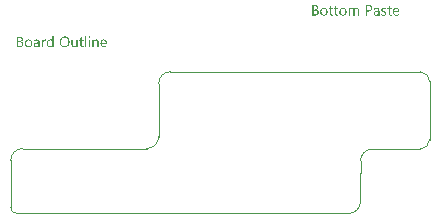
<source format=gbp>
G04*
G04 #@! TF.GenerationSoftware,Altium Limited,Altium Designer,22.2.1 (43)*
G04*
G04 Layer_Color=128*
%FSLAX44Y44*%
%MOMM*%
G71*
G04*
G04 #@! TF.SameCoordinates,2D2D779E-EA1F-4978-AE9C-AACCEBDA9B96*
G04*
G04*
G04 #@! TF.FilePolarity,Positive*
G04*
G01*
G75*
%ADD13C,0.0500*%
G36*
X278306Y149110D02*
X278377D01*
X278463Y149102D01*
X278558Y149094D01*
X278660Y149079D01*
X278895Y149047D01*
X279138Y148992D01*
X279397Y148921D01*
X279648Y148827D01*
Y147791D01*
X279641Y147799D01*
X279617Y147815D01*
X279578Y147830D01*
X279523Y147862D01*
X279460Y147901D01*
X279382Y147940D01*
X279287Y147980D01*
X279185Y148027D01*
X279068Y148066D01*
X278950Y148105D01*
X278817Y148145D01*
X278675Y148184D01*
X278518Y148215D01*
X278361Y148231D01*
X278204Y148246D01*
X278032Y148254D01*
X277930D01*
X277859Y148246D01*
X277780Y148239D01*
X277694Y148223D01*
X277514Y148184D01*
X277506D01*
X277474Y148176D01*
X277435Y148160D01*
X277380Y148137D01*
X277255Y148082D01*
X277121Y148003D01*
X277113Y147995D01*
X277098Y147980D01*
X277066Y147956D01*
X277027Y147925D01*
X276941Y147838D01*
X276862Y147721D01*
Y147713D01*
X276847Y147689D01*
X276839Y147658D01*
X276823Y147611D01*
X276807Y147564D01*
X276792Y147501D01*
X276784Y147430D01*
X276776Y147360D01*
Y147352D01*
Y147320D01*
X276784Y147273D01*
Y147211D01*
X276800Y147148D01*
X276815Y147077D01*
X276831Y147006D01*
X276862Y146936D01*
X276870Y146928D01*
X276878Y146904D01*
X276901Y146873D01*
X276933Y146834D01*
X276972Y146795D01*
X277011Y146740D01*
X277129Y146638D01*
X277137Y146630D01*
X277160Y146614D01*
X277200Y146590D01*
X277247Y146559D01*
X277310Y146528D01*
X277380Y146488D01*
X277467Y146441D01*
X277553Y146402D01*
X277561Y146394D01*
X277600Y146386D01*
X277647Y146363D01*
X277718Y146339D01*
X277804Y146300D01*
X277898Y146261D01*
X278000Y146222D01*
X278118Y146174D01*
X278126D01*
X278134Y146167D01*
X278157Y146159D01*
X278189Y146151D01*
X278267Y146119D01*
X278369Y146073D01*
X278487Y146025D01*
X278620Y145970D01*
X278754Y145908D01*
X278879Y145845D01*
X278887D01*
X278895Y145837D01*
X278934Y145813D01*
X278997Y145782D01*
X279076Y145735D01*
X279170Y145672D01*
X279264Y145609D01*
X279358Y145531D01*
X279452Y145452D01*
X279460Y145445D01*
X279492Y145413D01*
X279531Y145374D01*
X279586Y145311D01*
X279641Y145240D01*
X279704Y145154D01*
X279758Y145060D01*
X279813Y144958D01*
X279821Y144942D01*
X279837Y144911D01*
X279853Y144848D01*
X279876Y144770D01*
X279900Y144675D01*
X279923Y144565D01*
X279931Y144440D01*
X279939Y144299D01*
Y144291D01*
Y144275D01*
Y144252D01*
Y144220D01*
X279931Y144134D01*
X279915Y144016D01*
X279884Y143890D01*
X279853Y143749D01*
X279798Y143608D01*
X279727Y143475D01*
X279719Y143459D01*
X279688Y143420D01*
X279641Y143357D01*
X279578Y143271D01*
X279499Y143184D01*
X279405Y143082D01*
X279295Y142988D01*
X279170Y142894D01*
X279154Y142886D01*
X279107Y142854D01*
X279036Y142815D01*
X278942Y142768D01*
X278824Y142713D01*
X278683Y142658D01*
X278534Y142603D01*
X278369Y142556D01*
X278361D01*
X278346Y142548D01*
X278322D01*
X278291Y142541D01*
X278251Y142533D01*
X278204Y142525D01*
X278087Y142501D01*
X277938Y142478D01*
X277780Y142462D01*
X277608Y142454D01*
X277419Y142446D01*
X277325D01*
X277255Y142454D01*
X277168D01*
X277074Y142470D01*
X276956Y142478D01*
X276839Y142493D01*
X276705Y142517D01*
X276572Y142541D01*
X276289Y142603D01*
X275999Y142698D01*
X275858Y142760D01*
X275716Y142823D01*
Y143914D01*
X275724Y143906D01*
X275756Y143890D01*
X275803Y143859D01*
X275865Y143820D01*
X275944Y143773D01*
X276030Y143718D01*
X276140Y143663D01*
X276258Y143608D01*
X276391Y143553D01*
X276533Y143498D01*
X276682Y143443D01*
X276839Y143396D01*
X277011Y143357D01*
X277184Y143325D01*
X277365Y143310D01*
X277553Y143302D01*
X277608D01*
X277679Y143310D01*
X277765Y143318D01*
X277867Y143333D01*
X277977Y143349D01*
X278102Y143380D01*
X278228Y143412D01*
X278346Y143459D01*
X278471Y143522D01*
X278581Y143592D01*
X278683Y143679D01*
X278769Y143781D01*
X278840Y143898D01*
X278879Y144040D01*
X278895Y144118D01*
Y144197D01*
Y144205D01*
Y144244D01*
X278887Y144291D01*
X278879Y144346D01*
X278864Y144416D01*
X278848Y144487D01*
X278817Y144558D01*
X278777Y144628D01*
X278769Y144636D01*
X278754Y144660D01*
X278730Y144691D01*
X278699Y144738D01*
X278652Y144785D01*
X278605Y144840D01*
X278542Y144887D01*
X278471Y144942D01*
X278463Y144950D01*
X278440Y144966D01*
X278393Y144989D01*
X278338Y145029D01*
X278275Y145068D01*
X278197Y145107D01*
X278102Y145146D01*
X278008Y145186D01*
X277992Y145193D01*
X277961Y145201D01*
X277906Y145225D01*
X277836Y145256D01*
X277757Y145295D01*
X277655Y145335D01*
X277553Y145374D01*
X277443Y145421D01*
X277435D01*
X277427Y145429D01*
X277404Y145437D01*
X277372Y145452D01*
X277294Y145484D01*
X277192Y145523D01*
X277074Y145578D01*
X276949Y145633D01*
X276823Y145696D01*
X276697Y145758D01*
X276682Y145766D01*
X276642Y145790D01*
X276588Y145821D01*
X276509Y145868D01*
X276423Y145931D01*
X276336Y145994D01*
X276242Y146065D01*
X276156Y146143D01*
X276148Y146151D01*
X276124Y146182D01*
X276085Y146222D01*
X276038Y146284D01*
X275983Y146355D01*
X275928Y146441D01*
X275881Y146528D01*
X275834Y146630D01*
X275826Y146645D01*
X275818Y146677D01*
X275803Y146740D01*
X275787Y146810D01*
X275763Y146904D01*
X275748Y147014D01*
X275740Y147140D01*
X275732Y147273D01*
Y147281D01*
Y147297D01*
Y147320D01*
Y147352D01*
X275740Y147430D01*
X275756Y147540D01*
X275779Y147666D01*
X275818Y147799D01*
X275865Y147933D01*
X275936Y148066D01*
Y148074D01*
X275944Y148082D01*
X275975Y148121D01*
X276022Y148184D01*
X276077Y148270D01*
X276156Y148356D01*
X276250Y148451D01*
X276360Y148553D01*
X276478Y148639D01*
X276486D01*
X276493Y148647D01*
X276541Y148678D01*
X276611Y148717D01*
X276705Y148772D01*
X276823Y148827D01*
X276956Y148890D01*
X277106Y148945D01*
X277262Y148992D01*
X277270D01*
X277286Y149000D01*
X277310Y149008D01*
X277341Y149016D01*
X277380Y149024D01*
X277427Y149031D01*
X277537Y149055D01*
X277679Y149079D01*
X277828Y149102D01*
X277992Y149110D01*
X278165Y149118D01*
X278244D01*
X278306Y149110D01*
D02*
G37*
G36*
X255043D02*
X255090D01*
X255145Y149102D01*
X255279Y149079D01*
X255436Y149039D01*
X255616Y148984D01*
X255805Y148898D01*
X256001Y148796D01*
X256103Y148725D01*
X256197Y148655D01*
X256291Y148576D01*
X256385Y148482D01*
X256479Y148380D01*
X256566Y148270D01*
X256644Y148152D01*
X256723Y148019D01*
X256793Y147878D01*
X256856Y147721D01*
X256911Y147556D01*
X256966Y147375D01*
X256998Y147187D01*
X257029Y146975D01*
X257045Y146755D01*
X257052Y146520D01*
Y142596D01*
X256032D01*
Y146253D01*
Y146269D01*
Y146300D01*
Y146355D01*
X256024Y146426D01*
Y146512D01*
X256016Y146614D01*
X256008Y146724D01*
X255993Y146842D01*
X255954Y147093D01*
X255891Y147344D01*
X255859Y147470D01*
X255812Y147579D01*
X255757Y147689D01*
X255702Y147783D01*
Y147791D01*
X255687Y147807D01*
X255671Y147830D01*
X255640Y147854D01*
X255608Y147893D01*
X255561Y147933D01*
X255506Y147972D01*
X255443Y148019D01*
X255373Y148066D01*
X255294Y148105D01*
X255200Y148145D01*
X255106Y148184D01*
X254996Y148207D01*
X254870Y148231D01*
X254745Y148246D01*
X254604Y148254D01*
X254541D01*
X254494Y148246D01*
X254439Y148239D01*
X254376Y148223D01*
X254219Y148184D01*
X254133Y148152D01*
X254046Y148105D01*
X253952Y148058D01*
X253866Y148003D01*
X253772Y147933D01*
X253678Y147854D01*
X253583Y147760D01*
X253497Y147658D01*
X253489Y147650D01*
X253481Y147634D01*
X253458Y147595D01*
X253426Y147556D01*
X253395Y147493D01*
X253356Y147422D01*
X253309Y147344D01*
X253269Y147258D01*
X253230Y147156D01*
X253183Y147046D01*
X253144Y146928D01*
X253112Y146802D01*
X253081Y146669D01*
X253065Y146528D01*
X253050Y146386D01*
X253042Y146229D01*
Y142596D01*
X252021D01*
Y146378D01*
Y146386D01*
Y146402D01*
Y146426D01*
Y146457D01*
X252014Y146504D01*
Y146551D01*
X251998Y146669D01*
X251974Y146810D01*
X251943Y146975D01*
X251904Y147140D01*
X251841Y147320D01*
X251762Y147493D01*
X251668Y147658D01*
X251551Y147823D01*
X251409Y147964D01*
X251244Y148082D01*
X251150Y148129D01*
X251048Y148176D01*
X250938Y148207D01*
X250828Y148231D01*
X250703Y148246D01*
X250569Y148254D01*
X250507D01*
X250460Y148246D01*
X250397Y148239D01*
X250334Y148223D01*
X250177Y148184D01*
X250091Y148152D01*
X250004Y148113D01*
X249910Y148074D01*
X249816Y148019D01*
X249722Y147948D01*
X249628Y147878D01*
X249541Y147791D01*
X249455Y147689D01*
X249447Y147681D01*
X249439Y147666D01*
X249416Y147634D01*
X249384Y147587D01*
X249353Y147532D01*
X249321Y147470D01*
X249282Y147391D01*
X249243Y147297D01*
X249196Y147195D01*
X249157Y147085D01*
X249125Y146967D01*
X249094Y146842D01*
X249062Y146700D01*
X249039Y146551D01*
X249031Y146394D01*
X249023Y146229D01*
Y142596D01*
X248003D01*
Y148969D01*
X249023D01*
Y147956D01*
X249047D01*
X249055Y147972D01*
X249078Y148003D01*
X249118Y148066D01*
X249172Y148137D01*
X249243Y148223D01*
X249329Y148325D01*
X249431Y148427D01*
X249549Y148537D01*
X249683Y148647D01*
X249832Y148749D01*
X249996Y148851D01*
X250169Y148937D01*
X250365Y149008D01*
X250577Y149071D01*
X250797Y149102D01*
X251033Y149118D01*
X251095D01*
X251142Y149110D01*
X251197D01*
X251268Y149102D01*
X251339Y149086D01*
X251417Y149071D01*
X251598Y149031D01*
X251786Y148961D01*
X251974Y148874D01*
X252069Y148812D01*
X252163Y148749D01*
X252171Y148741D01*
X252186Y148733D01*
X252210Y148710D01*
X252241Y148686D01*
X252327Y148600D01*
X252430Y148498D01*
X252539Y148356D01*
X252649Y148192D01*
X252751Y148003D01*
X252830Y147791D01*
X252838Y147807D01*
X252861Y147846D01*
X252908Y147917D01*
X252963Y147995D01*
X253042Y148097D01*
X253128Y148215D01*
X253238Y148333D01*
X253364Y148458D01*
X253505Y148576D01*
X253662Y148702D01*
X253834Y148812D01*
X254023Y148914D01*
X254235Y148992D01*
X254454Y149063D01*
X254698Y149102D01*
X254949Y149118D01*
X255004D01*
X255043Y149110D01*
D02*
G37*
G36*
X272027D02*
X272083D01*
X272137Y149102D01*
X272208Y149094D01*
X272286Y149079D01*
X272451Y149047D01*
X272648Y148992D01*
X272844Y148921D01*
X273056Y148820D01*
X273268Y148694D01*
X273370Y148623D01*
X273472Y148537D01*
X273566Y148443D01*
X273660Y148349D01*
X273746Y148239D01*
X273825Y148113D01*
X273903Y147987D01*
X273974Y147846D01*
X274029Y147689D01*
X274084Y147524D01*
X274123Y147352D01*
X274154Y147156D01*
X274170Y146959D01*
X274178Y146740D01*
Y142596D01*
X273158D01*
Y143584D01*
X273134D01*
X273126Y143569D01*
X273103Y143537D01*
X273064Y143482D01*
X273009Y143404D01*
X272938Y143318D01*
X272852Y143223D01*
X272757Y143121D01*
X272640Y143019D01*
X272506Y142909D01*
X272365Y142807D01*
X272200Y142713D01*
X272027Y142627D01*
X271831Y142548D01*
X271627Y142493D01*
X271408Y142462D01*
X271172Y142446D01*
X271078D01*
X271015Y142454D01*
X270937Y142462D01*
X270842Y142470D01*
X270740Y142486D01*
X270630Y142509D01*
X270387Y142572D01*
X270269Y142611D01*
X270144Y142658D01*
X270018Y142713D01*
X269901Y142784D01*
X269791Y142862D01*
X269681Y142949D01*
X269673Y142957D01*
X269657Y142972D01*
X269634Y143004D01*
X269594Y143043D01*
X269555Y143090D01*
X269516Y143153D01*
X269461Y143223D01*
X269414Y143302D01*
X269367Y143396D01*
X269320Y143498D01*
X269273Y143608D01*
X269233Y143726D01*
X269194Y143851D01*
X269171Y143985D01*
X269155Y144134D01*
X269147Y144283D01*
Y144291D01*
Y144306D01*
Y144330D01*
X269155Y144361D01*
Y144401D01*
X269163Y144448D01*
X269179Y144565D01*
X269210Y144707D01*
X269257Y144864D01*
X269320Y145036D01*
X269414Y145217D01*
X269524Y145398D01*
X269657Y145578D01*
X269744Y145664D01*
X269830Y145751D01*
X269932Y145837D01*
X270034Y145915D01*
X270152Y145994D01*
X270277Y146065D01*
X270411Y146127D01*
X270560Y146190D01*
X270717Y146245D01*
X270882Y146292D01*
X271062Y146332D01*
X271250Y146363D01*
X273158Y146630D01*
Y146638D01*
Y146645D01*
Y146669D01*
Y146700D01*
X273150Y146779D01*
X273134Y146881D01*
X273118Y147006D01*
X273087Y147148D01*
X273048Y147289D01*
X272993Y147446D01*
X272922Y147595D01*
X272836Y147744D01*
X272734Y147878D01*
X272608Y148003D01*
X272451Y148105D01*
X272279Y148184D01*
X272185Y148215D01*
X272075Y148239D01*
X271965Y148246D01*
X271847Y148254D01*
X271792D01*
X271737Y148246D01*
X271651Y148239D01*
X271549Y148231D01*
X271431Y148215D01*
X271298Y148192D01*
X271156Y148160D01*
X270999Y148113D01*
X270835Y148066D01*
X270662Y148003D01*
X270481Y147925D01*
X270301Y147830D01*
X270120Y147729D01*
X269940Y147611D01*
X269767Y147470D01*
Y148513D01*
X269775Y148521D01*
X269806Y148537D01*
X269861Y148568D01*
X269932Y148608D01*
X270026Y148655D01*
X270128Y148702D01*
X270254Y148757D01*
X270395Y148820D01*
X270544Y148874D01*
X270709Y148929D01*
X270889Y148976D01*
X271078Y149024D01*
X271282Y149063D01*
X271486Y149094D01*
X271706Y149110D01*
X271933Y149118D01*
X271988D01*
X272027Y149110D01*
D02*
G37*
G36*
X265199Y151511D02*
X265301D01*
X265419Y151496D01*
X265560Y151480D01*
X265709Y151464D01*
X265882Y151433D01*
X266055Y151394D01*
X266235Y151347D01*
X266416Y151292D01*
X266604Y151221D01*
X266785Y151143D01*
X266957Y151048D01*
X267122Y150946D01*
X267279Y150821D01*
X267287Y150813D01*
X267311Y150789D01*
X267350Y150750D01*
X267405Y150695D01*
X267460Y150617D01*
X267530Y150531D01*
X267601Y150428D01*
X267679Y150311D01*
X267750Y150177D01*
X267821Y150036D01*
X267891Y149871D01*
X267946Y149698D01*
X268001Y149502D01*
X268040Y149298D01*
X268064Y149086D01*
X268072Y148851D01*
Y148835D01*
Y148796D01*
X268064Y148725D01*
X268056Y148639D01*
X268048Y148529D01*
X268025Y148404D01*
X268001Y148270D01*
X267962Y148113D01*
X267915Y147956D01*
X267860Y147783D01*
X267789Y147611D01*
X267703Y147438D01*
X267601Y147265D01*
X267483Y147093D01*
X267350Y146928D01*
X267193Y146771D01*
X267185Y146763D01*
X267153Y146740D01*
X267106Y146700D01*
X267036Y146645D01*
X266950Y146583D01*
X266840Y146512D01*
X266714Y146441D01*
X266573Y146371D01*
X266416Y146292D01*
X266235Y146222D01*
X266039Y146151D01*
X265835Y146088D01*
X265607Y146041D01*
X265364Y145994D01*
X265113Y145970D01*
X264838Y145963D01*
X263661D01*
Y142596D01*
X262617D01*
Y151519D01*
X265129D01*
X265199Y151511D01*
D02*
G37*
G36*
X219991D02*
X220086Y151504D01*
X220195Y151488D01*
X220321Y151472D01*
X220462Y151449D01*
X220604Y151417D01*
X220753Y151378D01*
X220910Y151331D01*
X221059Y151276D01*
X221216Y151213D01*
X221357Y151135D01*
X221498Y151048D01*
X221632Y150946D01*
X221639Y150939D01*
X221663Y150923D01*
X221695Y150892D01*
X221734Y150844D01*
X221789Y150789D01*
X221844Y150719D01*
X221906Y150640D01*
X221969Y150554D01*
X222032Y150452D01*
X222095Y150342D01*
X222150Y150217D01*
X222205Y150091D01*
X222244Y149950D01*
X222275Y149801D01*
X222299Y149644D01*
X222307Y149479D01*
Y149471D01*
Y149447D01*
Y149408D01*
X222299Y149353D01*
X222291Y149283D01*
X222283Y149212D01*
X222275Y149126D01*
X222260Y149031D01*
X222205Y148820D01*
X222134Y148600D01*
X222087Y148482D01*
X222032Y148372D01*
X221969Y148262D01*
X221898Y148152D01*
X221891Y148145D01*
X221883Y148129D01*
X221859Y148097D01*
X221820Y148058D01*
X221781Y148019D01*
X221734Y147964D01*
X221671Y147909D01*
X221608Y147846D01*
X221530Y147783D01*
X221443Y147713D01*
X221349Y147650D01*
X221247Y147579D01*
X221137Y147517D01*
X221027Y147462D01*
X220768Y147360D01*
Y147336D01*
X220776D01*
X220808Y147328D01*
X220855Y147320D01*
X220917Y147312D01*
X220996Y147297D01*
X221082Y147273D01*
X221184Y147242D01*
X221286Y147211D01*
X221514Y147124D01*
X221639Y147069D01*
X221757Y146999D01*
X221875Y146928D01*
X221993Y146849D01*
X222110Y146755D01*
X222213Y146653D01*
X222220Y146645D01*
X222236Y146630D01*
X222260Y146598D01*
X222299Y146551D01*
X222338Y146488D01*
X222385Y146426D01*
X222432Y146339D01*
X222487Y146253D01*
X222534Y146151D01*
X222581Y146033D01*
X222628Y145915D01*
X222668Y145782D01*
X222707Y145633D01*
X222731Y145484D01*
X222746Y145327D01*
X222754Y145154D01*
Y145139D01*
Y145107D01*
X222746Y145044D01*
X222738Y144966D01*
X222731Y144864D01*
X222707Y144754D01*
X222683Y144628D01*
X222652Y144495D01*
X222605Y144346D01*
X222550Y144197D01*
X222487Y144047D01*
X222409Y143890D01*
X222314Y143734D01*
X222205Y143584D01*
X222079Y143443D01*
X221930Y143302D01*
X221922Y143294D01*
X221891Y143271D01*
X221844Y143239D01*
X221781Y143192D01*
X221702Y143137D01*
X221600Y143082D01*
X221490Y143012D01*
X221365Y142949D01*
X221216Y142886D01*
X221059Y142823D01*
X220894Y142760D01*
X220706Y142705D01*
X220509Y142658D01*
X220305Y142627D01*
X220086Y142603D01*
X219858Y142596D01*
X217260D01*
Y151519D01*
X219905D01*
X219991Y151511D01*
D02*
G37*
G36*
X282859Y148969D02*
X284468D01*
Y148090D01*
X282859D01*
Y144503D01*
Y144495D01*
Y144471D01*
Y144440D01*
Y144401D01*
X282866Y144346D01*
X282874Y144283D01*
X282890Y144150D01*
X282913Y143993D01*
X282953Y143843D01*
X283008Y143702D01*
X283039Y143639D01*
X283078Y143584D01*
X283086Y143577D01*
X283118Y143545D01*
X283172Y143498D01*
X283251Y143451D01*
X283353Y143396D01*
X283479Y143357D01*
X283628Y143325D01*
X283800Y143310D01*
X283863D01*
X283934Y143318D01*
X284028Y143333D01*
X284130Y143365D01*
X284248Y143396D01*
X284358Y143451D01*
X284468Y143522D01*
Y142650D01*
X284460D01*
X284452Y142643D01*
X284428Y142635D01*
X284405Y142619D01*
X284318Y142588D01*
X284216Y142556D01*
X284075Y142525D01*
X283910Y142493D01*
X283722Y142470D01*
X283510Y142462D01*
X283439D01*
X283353Y142478D01*
X283251Y142493D01*
X283125Y142517D01*
X282984Y142564D01*
X282827Y142619D01*
X282678Y142698D01*
X282521Y142792D01*
X282364Y142917D01*
X282223Y143066D01*
X282160Y143153D01*
X282097Y143247D01*
X282042Y143349D01*
X281995Y143459D01*
X281948Y143577D01*
X281909Y143710D01*
X281877Y143843D01*
X281854Y143993D01*
X281846Y144150D01*
X281838Y144322D01*
Y148090D01*
X280747D01*
Y148969D01*
X281838D01*
Y150523D01*
X282859Y150852D01*
Y148969D01*
D02*
G37*
G36*
X237564D02*
X239173D01*
Y148090D01*
X237564D01*
Y144503D01*
Y144495D01*
Y144471D01*
Y144440D01*
Y144401D01*
X237572Y144346D01*
X237580Y144283D01*
X237596Y144150D01*
X237619Y143993D01*
X237659Y143843D01*
X237713Y143702D01*
X237745Y143639D01*
X237784Y143584D01*
X237792Y143577D01*
X237823Y143545D01*
X237878Y143498D01*
X237957Y143451D01*
X238059Y143396D01*
X238184Y143357D01*
X238333Y143325D01*
X238506Y143310D01*
X238569D01*
X238640Y143318D01*
X238734Y143333D01*
X238836Y143365D01*
X238953Y143396D01*
X239063Y143451D01*
X239173Y143522D01*
Y142650D01*
X239165D01*
X239158Y142643D01*
X239134Y142635D01*
X239111Y142619D01*
X239024Y142588D01*
X238922Y142556D01*
X238781Y142525D01*
X238616Y142493D01*
X238428Y142470D01*
X238216Y142462D01*
X238145D01*
X238059Y142478D01*
X237957Y142493D01*
X237831Y142517D01*
X237690Y142564D01*
X237533Y142619D01*
X237384Y142698D01*
X237227Y142792D01*
X237070Y142917D01*
X236929Y143066D01*
X236866Y143153D01*
X236803Y143247D01*
X236748Y143349D01*
X236701Y143459D01*
X236654Y143577D01*
X236615Y143710D01*
X236583Y143843D01*
X236560Y143993D01*
X236552Y144150D01*
X236544Y144322D01*
Y148090D01*
X235453D01*
Y148969D01*
X236544D01*
Y150523D01*
X237564Y150852D01*
Y148969D01*
D02*
G37*
G36*
X233248D02*
X234857D01*
Y148090D01*
X233248D01*
Y144503D01*
Y144495D01*
Y144471D01*
Y144440D01*
Y144401D01*
X233255Y144346D01*
X233263Y144283D01*
X233279Y144150D01*
X233302Y143993D01*
X233342Y143843D01*
X233397Y143702D01*
X233428Y143639D01*
X233467Y143584D01*
X233475Y143577D01*
X233507Y143545D01*
X233561Y143498D01*
X233640Y143451D01*
X233742Y143396D01*
X233868Y143357D01*
X234017Y143325D01*
X234189Y143310D01*
X234252D01*
X234323Y143318D01*
X234417Y143333D01*
X234519Y143365D01*
X234637Y143396D01*
X234747Y143451D01*
X234857Y143522D01*
Y142650D01*
X234849D01*
X234841Y142643D01*
X234817Y142635D01*
X234794Y142619D01*
X234707Y142588D01*
X234605Y142556D01*
X234464Y142525D01*
X234299Y142493D01*
X234111Y142470D01*
X233899Y142462D01*
X233828D01*
X233742Y142478D01*
X233640Y142493D01*
X233514Y142517D01*
X233373Y142564D01*
X233216Y142619D01*
X233067Y142698D01*
X232910Y142792D01*
X232753Y142917D01*
X232612Y143066D01*
X232549Y143153D01*
X232486Y143247D01*
X232431Y143349D01*
X232384Y143459D01*
X232337Y143577D01*
X232298Y143710D01*
X232267Y143843D01*
X232243Y143993D01*
X232235Y144150D01*
X232227Y144322D01*
Y148090D01*
X231136D01*
Y148969D01*
X232227D01*
Y150523D01*
X233248Y150852D01*
Y148969D01*
D02*
G37*
G36*
X288447Y149110D02*
X288533Y149102D01*
X288643Y149094D01*
X288761Y149079D01*
X288894Y149047D01*
X289035Y149016D01*
X289192Y148976D01*
X289349Y148921D01*
X289506Y148851D01*
X289671Y148772D01*
X289828Y148678D01*
X289977Y148568D01*
X290126Y148443D01*
X290260Y148301D01*
X290268Y148294D01*
X290291Y148262D01*
X290323Y148215D01*
X290370Y148152D01*
X290417Y148074D01*
X290480Y147972D01*
X290542Y147854D01*
X290605Y147721D01*
X290668Y147564D01*
X290731Y147399D01*
X290793Y147211D01*
X290841Y147014D01*
X290888Y146795D01*
X290919Y146567D01*
X290943Y146316D01*
X290951Y146057D01*
Y145523D01*
X286445D01*
Y145507D01*
Y145476D01*
X286453Y145421D01*
X286461Y145350D01*
X286469Y145256D01*
X286485Y145154D01*
X286500Y145044D01*
X286532Y144919D01*
X286602Y144652D01*
X286649Y144518D01*
X286704Y144377D01*
X286767Y144244D01*
X286838Y144110D01*
X286924Y143993D01*
X287018Y143875D01*
X287026Y143867D01*
X287042Y143851D01*
X287073Y143820D01*
X287120Y143788D01*
X287175Y143741D01*
X287246Y143694D01*
X287324Y143639D01*
X287411Y143592D01*
X287513Y143537D01*
X287631Y143482D01*
X287748Y143435D01*
X287889Y143388D01*
X288031Y143357D01*
X288188Y143325D01*
X288353Y143310D01*
X288525Y143302D01*
X288572D01*
X288627Y143310D01*
X288706D01*
X288800Y143325D01*
X288910Y143341D01*
X289035Y143365D01*
X289177Y143388D01*
X289326Y143427D01*
X289483Y143475D01*
X289648Y143530D01*
X289813Y143600D01*
X289985Y143679D01*
X290158Y143773D01*
X290331Y143883D01*
X290503Y144008D01*
Y143051D01*
X290495Y143043D01*
X290464Y143027D01*
X290417Y142996D01*
X290354Y142957D01*
X290268Y142909D01*
X290166Y142862D01*
X290048Y142807D01*
X289914Y142753D01*
X289757Y142690D01*
X289593Y142635D01*
X289412Y142588D01*
X289216Y142541D01*
X289004Y142501D01*
X288776Y142470D01*
X288533Y142454D01*
X288282Y142446D01*
X288219D01*
X288156Y142454D01*
X288062Y142462D01*
X287945Y142470D01*
X287811Y142493D01*
X287670Y142517D01*
X287513Y142556D01*
X287348Y142603D01*
X287175Y142658D01*
X286995Y142729D01*
X286822Y142807D01*
X286642Y142909D01*
X286477Y143027D01*
X286312Y143161D01*
X286163Y143310D01*
X286155Y143318D01*
X286131Y143349D01*
X286092Y143404D01*
X286045Y143475D01*
X285982Y143561D01*
X285919Y143671D01*
X285849Y143796D01*
X285778Y143946D01*
X285708Y144102D01*
X285637Y144291D01*
X285574Y144487D01*
X285511Y144707D01*
X285464Y144942D01*
X285425Y145193D01*
X285401Y145468D01*
X285394Y145751D01*
Y145758D01*
Y145766D01*
Y145790D01*
Y145813D01*
X285401Y145892D01*
X285409Y146002D01*
X285417Y146127D01*
X285441Y146269D01*
X285464Y146433D01*
X285496Y146614D01*
X285543Y146802D01*
X285598Y146999D01*
X285668Y147203D01*
X285747Y147407D01*
X285841Y147603D01*
X285959Y147807D01*
X286084Y147995D01*
X286234Y148176D01*
X286241Y148184D01*
X286273Y148215D01*
X286320Y148262D01*
X286383Y148325D01*
X286469Y148396D01*
X286571Y148474D01*
X286681Y148560D01*
X286814Y148647D01*
X286956Y148733D01*
X287120Y148820D01*
X287293Y148898D01*
X287474Y148969D01*
X287670Y149031D01*
X287882Y149079D01*
X288102Y149110D01*
X288329Y149118D01*
X288384D01*
X288447Y149110D01*
D02*
G37*
G36*
X243482D02*
X243584Y149102D01*
X243702Y149094D01*
X243843Y149071D01*
X243992Y149047D01*
X244157Y149008D01*
X244338Y148961D01*
X244518Y148906D01*
X244699Y148835D01*
X244887Y148749D01*
X245068Y148647D01*
X245248Y148529D01*
X245413Y148396D01*
X245570Y148239D01*
X245578Y148231D01*
X245601Y148199D01*
X245641Y148145D01*
X245695Y148074D01*
X245758Y147987D01*
X245821Y147878D01*
X245900Y147752D01*
X245970Y147603D01*
X246049Y147438D01*
X246119Y147258D01*
X246182Y147061D01*
X246245Y146842D01*
X246300Y146606D01*
X246339Y146355D01*
X246363Y146088D01*
X246370Y145806D01*
Y145798D01*
Y145790D01*
Y145766D01*
Y145735D01*
X246363Y145656D01*
X246355Y145554D01*
X246347Y145421D01*
X246323Y145272D01*
X246300Y145107D01*
X246261Y144927D01*
X246213Y144738D01*
X246159Y144534D01*
X246088Y144330D01*
X246009Y144126D01*
X245907Y143922D01*
X245790Y143726D01*
X245656Y143537D01*
X245507Y143357D01*
X245499Y143349D01*
X245468Y143318D01*
X245421Y143271D01*
X245350Y143216D01*
X245264Y143145D01*
X245162Y143066D01*
X245036Y142988D01*
X244895Y142902D01*
X244738Y142815D01*
X244565Y142737D01*
X244377Y142658D01*
X244173Y142588D01*
X243945Y142533D01*
X243710Y142486D01*
X243466Y142454D01*
X243200Y142446D01*
X243137D01*
X243066Y142454D01*
X242964Y142462D01*
X242846Y142470D01*
X242705Y142493D01*
X242556Y142517D01*
X242391Y142556D01*
X242211Y142603D01*
X242030Y142666D01*
X241842Y142737D01*
X241653Y142823D01*
X241465Y142925D01*
X241277Y143043D01*
X241104Y143176D01*
X240939Y143333D01*
X240931Y143341D01*
X240900Y143372D01*
X240861Y143427D01*
X240806Y143498D01*
X240743Y143584D01*
X240672Y143694D01*
X240602Y143820D01*
X240523Y143969D01*
X240445Y144126D01*
X240366Y144306D01*
X240296Y144503D01*
X240233Y144715D01*
X240178Y144934D01*
X240139Y145178D01*
X240107Y145437D01*
X240099Y145704D01*
Y145711D01*
Y145719D01*
Y145743D01*
Y145774D01*
X240107Y145861D01*
X240115Y145970D01*
X240123Y146104D01*
X240147Y146261D01*
X240170Y146433D01*
X240209Y146622D01*
X240256Y146818D01*
X240311Y147022D01*
X240382Y147234D01*
X240468Y147446D01*
X240570Y147650D01*
X240680Y147846D01*
X240814Y148035D01*
X240971Y148215D01*
X240979Y148223D01*
X241010Y148254D01*
X241065Y148301D01*
X241135Y148356D01*
X241222Y148427D01*
X241332Y148498D01*
X241457Y148584D01*
X241598Y148670D01*
X241756Y148749D01*
X241936Y148835D01*
X242132Y148906D01*
X242344Y148976D01*
X242572Y149031D01*
X242815Y149079D01*
X243074Y149110D01*
X243349Y149118D01*
X243412D01*
X243482Y149110D01*
D02*
G37*
G36*
X227377D02*
X227479Y149102D01*
X227597Y149094D01*
X227738Y149071D01*
X227887Y149047D01*
X228052Y149008D01*
X228232Y148961D01*
X228413Y148906D01*
X228593Y148835D01*
X228782Y148749D01*
X228962Y148647D01*
X229143Y148529D01*
X229308Y148396D01*
X229465Y148239D01*
X229472Y148231D01*
X229496Y148199D01*
X229535Y148145D01*
X229590Y148074D01*
X229653Y147987D01*
X229716Y147878D01*
X229794Y147752D01*
X229865Y147603D01*
X229943Y147438D01*
X230014Y147258D01*
X230077Y147061D01*
X230140Y146842D01*
X230194Y146606D01*
X230234Y146355D01*
X230257Y146088D01*
X230265Y145806D01*
Y145798D01*
Y145790D01*
Y145766D01*
Y145735D01*
X230257Y145656D01*
X230249Y145554D01*
X230242Y145421D01*
X230218Y145272D01*
X230194Y145107D01*
X230155Y144927D01*
X230108Y144738D01*
X230053Y144534D01*
X229983Y144330D01*
X229904Y144126D01*
X229802Y143922D01*
X229684Y143726D01*
X229551Y143537D01*
X229402Y143357D01*
X229394Y143349D01*
X229363Y143318D01*
X229315Y143271D01*
X229245Y143216D01*
X229158Y143145D01*
X229056Y143066D01*
X228931Y142988D01*
X228790Y142902D01*
X228633Y142815D01*
X228460Y142737D01*
X228272Y142658D01*
X228067Y142588D01*
X227840Y142533D01*
X227604Y142486D01*
X227361Y142454D01*
X227094Y142446D01*
X227031D01*
X226961Y142454D01*
X226859Y142462D01*
X226741Y142470D01*
X226600Y142493D01*
X226451Y142517D01*
X226286Y142556D01*
X226105Y142603D01*
X225925Y142666D01*
X225737Y142737D01*
X225548Y142823D01*
X225360Y142925D01*
X225171Y143043D01*
X224999Y143176D01*
X224834Y143333D01*
X224826Y143341D01*
X224795Y143372D01*
X224755Y143427D01*
X224701Y143498D01*
X224638Y143584D01*
X224567Y143694D01*
X224496Y143820D01*
X224418Y143969D01*
X224339Y144126D01*
X224261Y144306D01*
X224190Y144503D01*
X224128Y144715D01*
X224073Y144934D01*
X224033Y145178D01*
X224002Y145437D01*
X223994Y145704D01*
Y145711D01*
Y145719D01*
Y145743D01*
Y145774D01*
X224002Y145861D01*
X224010Y145970D01*
X224018Y146104D01*
X224041Y146261D01*
X224065Y146433D01*
X224104Y146622D01*
X224151Y146818D01*
X224206Y147022D01*
X224277Y147234D01*
X224363Y147446D01*
X224465Y147650D01*
X224575Y147846D01*
X224708Y148035D01*
X224865Y148215D01*
X224873Y148223D01*
X224904Y148254D01*
X224960Y148301D01*
X225030Y148356D01*
X225116Y148427D01*
X225226Y148498D01*
X225352Y148584D01*
X225493Y148670D01*
X225650Y148749D01*
X225831Y148835D01*
X226027Y148906D01*
X226239Y148976D01*
X226466Y149031D01*
X226710Y149079D01*
X226969Y149110D01*
X227243Y149118D01*
X227306D01*
X227377Y149110D01*
D02*
G37*
G36*
X28652Y125156D02*
X28722Y125140D01*
X28793Y125116D01*
X28872Y125077D01*
X28950Y125030D01*
X29028Y124967D01*
X29036Y124959D01*
X29060Y124936D01*
X29091Y124897D01*
X29130Y124842D01*
X29162Y124771D01*
X29193Y124692D01*
X29217Y124598D01*
X29225Y124496D01*
Y124481D01*
Y124449D01*
X29217Y124402D01*
X29201Y124332D01*
X29178Y124261D01*
X29138Y124182D01*
X29091Y124104D01*
X29028Y124025D01*
X29021Y124017D01*
X28997Y123994D01*
X28950Y123963D01*
X28895Y123931D01*
X28824Y123900D01*
X28746Y123868D01*
X28660Y123845D01*
X28558Y123837D01*
X28510D01*
X28463Y123845D01*
X28393Y123861D01*
X28322Y123884D01*
X28244Y123916D01*
X28165Y123955D01*
X28087Y124017D01*
X28079Y124025D01*
X28055Y124049D01*
X28024Y124096D01*
X27992Y124151D01*
X27961Y124214D01*
X27930Y124300D01*
X27906Y124394D01*
X27898Y124496D01*
Y124512D01*
Y124543D01*
X27906Y124598D01*
X27922Y124661D01*
X27945Y124740D01*
X27977Y124818D01*
X28024Y124897D01*
X28087Y124967D01*
X28094Y124975D01*
X28118Y124999D01*
X28165Y125030D01*
X28220Y125069D01*
X28291Y125101D01*
X28369Y125132D01*
X28456Y125156D01*
X28558Y125163D01*
X28605D01*
X28652Y125156D01*
D02*
G37*
G36*
X-1746Y115847D02*
X-2766D01*
Y116922D01*
X-2790D01*
X-2798Y116907D01*
X-2821Y116868D01*
X-2868Y116812D01*
X-2923Y116734D01*
X-3002Y116640D01*
X-3088Y116538D01*
X-3198Y116428D01*
X-3331Y116310D01*
X-3473Y116193D01*
X-3637Y116083D01*
X-3818Y115981D01*
X-4014Y115886D01*
X-4226Y115808D01*
X-4462Y115753D01*
X-4713Y115714D01*
X-4979Y115698D01*
X-5034D01*
X-5097Y115706D01*
X-5176Y115714D01*
X-5278Y115722D01*
X-5396Y115745D01*
X-5529Y115769D01*
X-5670Y115808D01*
X-5819Y115847D01*
X-5976Y115910D01*
X-6133Y115973D01*
X-6298Y116059D01*
X-6455Y116153D01*
X-6612Y116271D01*
X-6761Y116404D01*
X-6902Y116553D01*
X-6910Y116561D01*
X-6934Y116593D01*
X-6965Y116640D01*
X-7012Y116711D01*
X-7067Y116797D01*
X-7130Y116899D01*
X-7193Y117024D01*
X-7256Y117166D01*
X-7326Y117323D01*
X-7389Y117495D01*
X-7452Y117692D01*
X-7507Y117896D01*
X-7554Y118115D01*
X-7585Y118359D01*
X-7609Y118610D01*
X-7617Y118877D01*
Y118884D01*
Y118892D01*
Y118916D01*
Y118947D01*
X-7609Y119026D01*
X-7601Y119136D01*
X-7593Y119277D01*
X-7577Y119426D01*
X-7554Y119599D01*
X-7515Y119787D01*
X-7475Y119983D01*
X-7420Y120195D01*
X-7358Y120399D01*
X-7279Y120619D01*
X-7193Y120823D01*
X-7083Y121027D01*
X-6965Y121223D01*
X-6824Y121412D01*
X-6816Y121420D01*
X-6785Y121451D01*
X-6738Y121498D01*
X-6675Y121561D01*
X-6596Y121632D01*
X-6502Y121718D01*
X-6384Y121804D01*
X-6259Y121891D01*
X-6110Y121977D01*
X-5953Y122063D01*
X-5780Y122150D01*
X-5592Y122220D01*
X-5388Y122283D01*
X-5168Y122330D01*
X-4940Y122361D01*
X-4697Y122369D01*
X-4642D01*
X-4571Y122361D01*
X-4485Y122354D01*
X-4375Y122338D01*
X-4250Y122314D01*
X-4116Y122283D01*
X-3967Y122244D01*
X-3810Y122189D01*
X-3653Y122118D01*
X-3496Y122032D01*
X-3339Y121930D01*
X-3190Y121812D01*
X-3041Y121679D01*
X-2907Y121514D01*
X-2790Y121333D01*
X-2766D01*
Y125281D01*
X-1746D01*
Y115847D01*
D02*
G37*
G36*
X34358Y122361D02*
X34428D01*
X34515Y122346D01*
X34617Y122330D01*
X34727Y122314D01*
X34844Y122283D01*
X34970Y122252D01*
X35103Y122205D01*
X35237Y122150D01*
X35370Y122079D01*
X35496Y122000D01*
X35621Y121914D01*
X35739Y121804D01*
X35849Y121686D01*
X35857Y121679D01*
X35872Y121655D01*
X35904Y121616D01*
X35935Y121561D01*
X35975Y121490D01*
X36022Y121404D01*
X36077Y121302D01*
X36131Y121192D01*
X36179Y121059D01*
X36233Y120917D01*
X36281Y120752D01*
X36320Y120580D01*
X36351Y120392D01*
X36383Y120187D01*
X36398Y119976D01*
X36406Y119740D01*
Y115847D01*
X35386D01*
Y119481D01*
Y119489D01*
Y119505D01*
Y119528D01*
Y119567D01*
X35378Y119614D01*
Y119669D01*
X35362Y119795D01*
X35339Y119952D01*
X35307Y120125D01*
X35260Y120305D01*
X35198Y120493D01*
X35119Y120682D01*
X35025Y120862D01*
X34907Y121035D01*
X34758Y121192D01*
X34593Y121318D01*
X34499Y121373D01*
X34389Y121420D01*
X34279Y121459D01*
X34162Y121482D01*
X34036Y121498D01*
X33902Y121506D01*
X33832D01*
X33777Y121498D01*
X33714Y121490D01*
X33636Y121475D01*
X33549Y121459D01*
X33463Y121435D01*
X33361Y121404D01*
X33259Y121365D01*
X33157Y121318D01*
X33047Y121263D01*
X32945Y121192D01*
X32835Y121114D01*
X32733Y121027D01*
X32639Y120925D01*
X32631Y120917D01*
X32615Y120902D01*
X32592Y120870D01*
X32560Y120823D01*
X32521Y120768D01*
X32482Y120698D01*
X32435Y120619D01*
X32388Y120533D01*
X32341Y120431D01*
X32294Y120321D01*
X32254Y120203D01*
X32215Y120077D01*
X32184Y119936D01*
X32160Y119795D01*
X32144Y119638D01*
X32136Y119481D01*
Y115847D01*
X31116D01*
Y122220D01*
X32136D01*
Y121161D01*
X32160D01*
X32168Y121176D01*
X32192Y121216D01*
X32239Y121271D01*
X32294Y121349D01*
X32372Y121443D01*
X32458Y121545D01*
X32568Y121655D01*
X32694Y121765D01*
X32835Y121875D01*
X32992Y121985D01*
X33165Y122087D01*
X33345Y122181D01*
X33549Y122259D01*
X33769Y122314D01*
X34004Y122354D01*
X34256Y122369D01*
X34303D01*
X34358Y122361D01*
D02*
G37*
G36*
X-8763Y122322D02*
X-8676D01*
X-8582Y122306D01*
X-8480Y122291D01*
X-8378Y122275D01*
X-8292Y122244D01*
Y121184D01*
X-8307Y121192D01*
X-8339Y121216D01*
X-8401Y121247D01*
X-8488Y121286D01*
X-8605Y121326D01*
X-8731Y121357D01*
X-8888Y121380D01*
X-9069Y121388D01*
X-9131D01*
X-9179Y121380D01*
X-9233Y121373D01*
X-9296Y121357D01*
X-9445Y121310D01*
X-9532Y121278D01*
X-9618Y121239D01*
X-9712Y121184D01*
X-9806Y121129D01*
X-9893Y121059D01*
X-9987Y120972D01*
X-10073Y120878D01*
X-10160Y120768D01*
X-10167Y120760D01*
X-10175Y120737D01*
X-10199Y120705D01*
X-10230Y120658D01*
X-10262Y120596D01*
X-10301Y120517D01*
X-10340Y120431D01*
X-10379Y120329D01*
X-10419Y120219D01*
X-10458Y120093D01*
X-10497Y119952D01*
X-10529Y119803D01*
X-10560Y119638D01*
X-10583Y119465D01*
X-10591Y119285D01*
X-10599Y119089D01*
Y115847D01*
X-11619D01*
Y122220D01*
X-10599D01*
Y120902D01*
X-10575D01*
Y120910D01*
X-10568Y120933D01*
X-10552Y120964D01*
X-10536Y121011D01*
X-10513Y121067D01*
X-10481Y121137D01*
X-10411Y121286D01*
X-10316Y121459D01*
X-10199Y121632D01*
X-10065Y121796D01*
X-9908Y121953D01*
X-9901Y121961D01*
X-9885Y121969D01*
X-9861Y121985D01*
X-9830Y122016D01*
X-9791Y122040D01*
X-9736Y122071D01*
X-9618Y122142D01*
X-9469Y122212D01*
X-9296Y122275D01*
X-9108Y122314D01*
X-9006Y122322D01*
X-8904Y122330D01*
X-8841D01*
X-8763Y122322D01*
D02*
G37*
G36*
X18574Y115847D02*
X17554D01*
Y116852D01*
X17530D01*
X17522Y116836D01*
X17499Y116805D01*
X17460Y116742D01*
X17413Y116671D01*
X17342Y116585D01*
X17256Y116491D01*
X17161Y116381D01*
X17044Y116279D01*
X16918Y116169D01*
X16769Y116067D01*
X16612Y115965D01*
X16431Y115878D01*
X16235Y115808D01*
X16031Y115745D01*
X15804Y115714D01*
X15560Y115698D01*
X15505D01*
X15466Y115706D01*
X15411D01*
X15348Y115714D01*
X15278Y115729D01*
X15207Y115737D01*
X15034Y115784D01*
X14838Y115839D01*
X14634Y115926D01*
X14532Y115981D01*
X14422Y116035D01*
X14312Y116106D01*
X14210Y116177D01*
X14108Y116263D01*
X14006Y116357D01*
X13904Y116467D01*
X13810Y116577D01*
X13724Y116703D01*
X13637Y116844D01*
X13567Y116993D01*
X13496Y117150D01*
X13433Y117323D01*
X13378Y117511D01*
X13339Y117715D01*
X13308Y117927D01*
X13292Y118162D01*
X13284Y118406D01*
Y122220D01*
X14297D01*
Y118571D01*
Y118563D01*
Y118547D01*
Y118524D01*
Y118484D01*
X14304Y118437D01*
Y118382D01*
X14320Y118257D01*
X14344Y118100D01*
X14375Y117935D01*
X14430Y117746D01*
X14493Y117566D01*
X14571Y117378D01*
X14673Y117189D01*
X14799Y117024D01*
X14948Y116868D01*
X15129Y116742D01*
X15223Y116687D01*
X15333Y116640D01*
X15450Y116601D01*
X15568Y116577D01*
X15702Y116561D01*
X15843Y116553D01*
X15913D01*
X15968Y116561D01*
X16031Y116569D01*
X16102Y116585D01*
X16188Y116601D01*
X16274Y116624D01*
X16369Y116648D01*
X16471Y116687D01*
X16573Y116734D01*
X16675Y116789D01*
X16777Y116852D01*
X16879Y116922D01*
X16973Y117009D01*
X17067Y117103D01*
X17075Y117111D01*
X17091Y117127D01*
X17114Y117158D01*
X17146Y117205D01*
X17177Y117260D01*
X17224Y117323D01*
X17263Y117401D01*
X17311Y117487D01*
X17358Y117590D01*
X17397Y117699D01*
X17444Y117817D01*
X17475Y117943D01*
X17507Y118084D01*
X17530Y118225D01*
X17546Y118382D01*
X17554Y118547D01*
Y122220D01*
X18574D01*
Y115847D01*
D02*
G37*
G36*
X29052D02*
X28032D01*
Y122220D01*
X29052D01*
Y115847D01*
D02*
G37*
G36*
X25968D02*
X24947D01*
Y125281D01*
X25968D01*
Y115847D01*
D02*
G37*
G36*
X-15693Y122361D02*
X-15638D01*
X-15583Y122354D01*
X-15512Y122346D01*
X-15434Y122330D01*
X-15269Y122299D01*
X-15073Y122244D01*
X-14877Y122173D01*
X-14665Y122071D01*
X-14453Y121945D01*
X-14351Y121875D01*
X-14249Y121789D01*
X-14154Y121694D01*
X-14060Y121600D01*
X-13974Y121490D01*
X-13895Y121365D01*
X-13817Y121239D01*
X-13746Y121098D01*
X-13691Y120941D01*
X-13636Y120776D01*
X-13597Y120603D01*
X-13566Y120407D01*
X-13550Y120211D01*
X-13542Y119991D01*
Y115847D01*
X-14563D01*
Y116836D01*
X-14586D01*
X-14594Y116820D01*
X-14618Y116789D01*
X-14657Y116734D01*
X-14712Y116656D01*
X-14782Y116569D01*
X-14869Y116475D01*
X-14963Y116373D01*
X-15081Y116271D01*
X-15214Y116161D01*
X-15355Y116059D01*
X-15520Y115965D01*
X-15693Y115878D01*
X-15889Y115800D01*
X-16093Y115745D01*
X-16313Y115714D01*
X-16548Y115698D01*
X-16643D01*
X-16705Y115706D01*
X-16784Y115714D01*
X-16878Y115722D01*
X-16980Y115737D01*
X-17090Y115761D01*
X-17333Y115824D01*
X-17451Y115863D01*
X-17577Y115910D01*
X-17702Y115965D01*
X-17820Y116035D01*
X-17930Y116114D01*
X-18040Y116200D01*
X-18047Y116208D01*
X-18063Y116224D01*
X-18087Y116255D01*
X-18126Y116294D01*
X-18165Y116342D01*
X-18204Y116404D01*
X-18259Y116475D01*
X-18306Y116553D01*
X-18354Y116648D01*
X-18401Y116750D01*
X-18448Y116860D01*
X-18487Y116977D01*
X-18526Y117103D01*
X-18550Y117236D01*
X-18565Y117386D01*
X-18573Y117535D01*
Y117542D01*
Y117558D01*
Y117582D01*
X-18565Y117613D01*
Y117652D01*
X-18558Y117699D01*
X-18542Y117817D01*
X-18511Y117958D01*
X-18463Y118115D01*
X-18401Y118288D01*
X-18306Y118469D01*
X-18197Y118649D01*
X-18063Y118830D01*
X-17977Y118916D01*
X-17890Y119002D01*
X-17788Y119089D01*
X-17686Y119167D01*
X-17569Y119246D01*
X-17443Y119316D01*
X-17310Y119379D01*
X-17161Y119442D01*
X-17004Y119497D01*
X-16839Y119544D01*
X-16658Y119583D01*
X-16470Y119614D01*
X-14563Y119881D01*
Y119889D01*
Y119897D01*
Y119921D01*
Y119952D01*
X-14570Y120030D01*
X-14586Y120133D01*
X-14602Y120258D01*
X-14633Y120399D01*
X-14672Y120541D01*
X-14727Y120698D01*
X-14798Y120847D01*
X-14884Y120996D01*
X-14986Y121129D01*
X-15112Y121255D01*
X-15269Y121357D01*
X-15442Y121435D01*
X-15536Y121467D01*
X-15646Y121490D01*
X-15756Y121498D01*
X-15873Y121506D01*
X-15928D01*
X-15983Y121498D01*
X-16070Y121490D01*
X-16172Y121482D01*
X-16289Y121467D01*
X-16423Y121443D01*
X-16564Y121412D01*
X-16721Y121365D01*
X-16886Y121318D01*
X-17059Y121255D01*
X-17239Y121176D01*
X-17420Y121082D01*
X-17600Y120980D01*
X-17781Y120862D01*
X-17953Y120721D01*
Y121765D01*
X-17945Y121773D01*
X-17914Y121789D01*
X-17859Y121820D01*
X-17788Y121859D01*
X-17694Y121906D01*
X-17592Y121953D01*
X-17467Y122008D01*
X-17325Y122071D01*
X-17176Y122126D01*
X-17011Y122181D01*
X-16831Y122228D01*
X-16643Y122275D01*
X-16438Y122314D01*
X-16234Y122346D01*
X-16015Y122361D01*
X-15787Y122369D01*
X-15732D01*
X-15693Y122361D01*
D02*
G37*
G36*
X-30009Y124763D02*
X-29915Y124755D01*
X-29805Y124740D01*
X-29679Y124724D01*
X-29538Y124700D01*
X-29397Y124669D01*
X-29247Y124630D01*
X-29090Y124583D01*
X-28941Y124528D01*
X-28784Y124465D01*
X-28643Y124386D01*
X-28502Y124300D01*
X-28368Y124198D01*
X-28361Y124190D01*
X-28337Y124174D01*
X-28305Y124143D01*
X-28266Y124096D01*
X-28211Y124041D01*
X-28156Y123970D01*
X-28094Y123892D01*
X-28031Y123806D01*
X-27968Y123704D01*
X-27905Y123594D01*
X-27850Y123468D01*
X-27795Y123343D01*
X-27756Y123201D01*
X-27725Y123052D01*
X-27701Y122895D01*
X-27693Y122730D01*
Y122723D01*
Y122699D01*
Y122660D01*
X-27701Y122605D01*
X-27709Y122534D01*
X-27717Y122464D01*
X-27725Y122377D01*
X-27740Y122283D01*
X-27795Y122071D01*
X-27866Y121851D01*
X-27913Y121734D01*
X-27968Y121624D01*
X-28031Y121514D01*
X-28101Y121404D01*
X-28109Y121396D01*
X-28117Y121380D01*
X-28141Y121349D01*
X-28180Y121310D01*
X-28219Y121271D01*
X-28266Y121216D01*
X-28329Y121161D01*
X-28392Y121098D01*
X-28470Y121035D01*
X-28557Y120964D01*
X-28651Y120902D01*
X-28753Y120831D01*
X-28863Y120768D01*
X-28973Y120713D01*
X-29232Y120611D01*
Y120588D01*
X-29224D01*
X-29192Y120580D01*
X-29145Y120572D01*
X-29083Y120564D01*
X-29004Y120548D01*
X-28918Y120525D01*
X-28816Y120493D01*
X-28714Y120462D01*
X-28486Y120376D01*
X-28361Y120321D01*
X-28243Y120250D01*
X-28125Y120180D01*
X-28007Y120101D01*
X-27890Y120007D01*
X-27787Y119905D01*
X-27780Y119897D01*
X-27764Y119881D01*
X-27740Y119850D01*
X-27701Y119803D01*
X-27662Y119740D01*
X-27615Y119677D01*
X-27568Y119591D01*
X-27513Y119505D01*
X-27466Y119403D01*
X-27419Y119285D01*
X-27371Y119167D01*
X-27332Y119034D01*
X-27293Y118884D01*
X-27269Y118735D01*
X-27254Y118579D01*
X-27246Y118406D01*
Y118390D01*
Y118359D01*
X-27254Y118296D01*
X-27262Y118217D01*
X-27269Y118115D01*
X-27293Y118006D01*
X-27317Y117880D01*
X-27348Y117746D01*
X-27395Y117597D01*
X-27450Y117448D01*
X-27513Y117299D01*
X-27591Y117142D01*
X-27685Y116985D01*
X-27795Y116836D01*
X-27921Y116695D01*
X-28070Y116553D01*
X-28078Y116546D01*
X-28109Y116522D01*
X-28156Y116491D01*
X-28219Y116444D01*
X-28298Y116389D01*
X-28400Y116334D01*
X-28510Y116263D01*
X-28635Y116200D01*
X-28784Y116138D01*
X-28941Y116075D01*
X-29106Y116012D01*
X-29295Y115957D01*
X-29491Y115910D01*
X-29695Y115878D01*
X-29915Y115855D01*
X-30142Y115847D01*
X-32740D01*
Y124771D01*
X-30095D01*
X-30009Y124763D01*
D02*
G37*
G36*
X21980Y122220D02*
X23589D01*
Y121341D01*
X21980D01*
Y117754D01*
Y117746D01*
Y117723D01*
Y117692D01*
Y117652D01*
X21988Y117597D01*
X21996Y117535D01*
X22012Y117401D01*
X22035Y117244D01*
X22075Y117095D01*
X22130Y116954D01*
X22161Y116891D01*
X22200Y116836D01*
X22208Y116828D01*
X22239Y116797D01*
X22294Y116750D01*
X22373Y116703D01*
X22475Y116648D01*
X22601Y116608D01*
X22750Y116577D01*
X22922Y116561D01*
X22985D01*
X23056Y116569D01*
X23150Y116585D01*
X23252Y116616D01*
X23370Y116648D01*
X23479Y116703D01*
X23589Y116773D01*
Y115902D01*
X23582D01*
X23574Y115894D01*
X23550Y115886D01*
X23527Y115871D01*
X23440Y115839D01*
X23338Y115808D01*
X23197Y115777D01*
X23032Y115745D01*
X22844Y115722D01*
X22632Y115714D01*
X22561D01*
X22475Y115729D01*
X22373Y115745D01*
X22247Y115769D01*
X22106Y115816D01*
X21949Y115871D01*
X21800Y115949D01*
X21643Y116043D01*
X21486Y116169D01*
X21345Y116318D01*
X21282Y116404D01*
X21219Y116499D01*
X21164Y116601D01*
X21117Y116711D01*
X21070Y116828D01*
X21031Y116962D01*
X20999Y117095D01*
X20976Y117244D01*
X20968Y117401D01*
X20960Y117574D01*
Y121341D01*
X19869D01*
Y122220D01*
X20960D01*
Y123774D01*
X21980Y124104D01*
Y122220D01*
D02*
G37*
G36*
X40950Y122361D02*
X41037Y122354D01*
X41147Y122346D01*
X41265Y122330D01*
X41398Y122299D01*
X41539Y122267D01*
X41696Y122228D01*
X41853Y122173D01*
X42010Y122102D01*
X42175Y122024D01*
X42332Y121930D01*
X42481Y121820D01*
X42630Y121694D01*
X42764Y121553D01*
X42771Y121545D01*
X42795Y121514D01*
X42826Y121467D01*
X42873Y121404D01*
X42920Y121326D01*
X42983Y121223D01*
X43046Y121106D01*
X43109Y120972D01*
X43172Y120815D01*
X43235Y120651D01*
X43297Y120462D01*
X43344Y120266D01*
X43391Y120046D01*
X43423Y119818D01*
X43446Y119567D01*
X43454Y119308D01*
Y118775D01*
X38949D01*
Y118759D01*
Y118728D01*
X38957Y118673D01*
X38965Y118602D01*
X38973Y118508D01*
X38988Y118406D01*
X39004Y118296D01*
X39035Y118170D01*
X39106Y117903D01*
X39153Y117770D01*
X39208Y117629D01*
X39271Y117495D01*
X39342Y117362D01*
X39428Y117244D01*
X39522Y117127D01*
X39530Y117119D01*
X39546Y117103D01*
X39577Y117072D01*
X39624Y117040D01*
X39679Y116993D01*
X39750Y116946D01*
X39828Y116891D01*
X39915Y116844D01*
X40016Y116789D01*
X40134Y116734D01*
X40252Y116687D01*
X40393Y116640D01*
X40535Y116608D01*
X40691Y116577D01*
X40856Y116561D01*
X41029Y116553D01*
X41076D01*
X41131Y116561D01*
X41210D01*
X41304Y116577D01*
X41414Y116593D01*
X41539Y116616D01*
X41680Y116640D01*
X41830Y116679D01*
X41986Y116726D01*
X42151Y116781D01*
X42316Y116852D01*
X42489Y116930D01*
X42661Y117024D01*
X42834Y117134D01*
X43007Y117260D01*
Y116302D01*
X42999Y116294D01*
X42968Y116279D01*
X42920Y116247D01*
X42858Y116208D01*
X42771Y116161D01*
X42669Y116114D01*
X42552Y116059D01*
X42418Y116004D01*
X42261Y115941D01*
X42096Y115886D01*
X41916Y115839D01*
X41720Y115792D01*
X41508Y115753D01*
X41280Y115722D01*
X41037Y115706D01*
X40786Y115698D01*
X40723D01*
X40660Y115706D01*
X40566Y115714D01*
X40448Y115722D01*
X40315Y115745D01*
X40174Y115769D01*
X40016Y115808D01*
X39852Y115855D01*
X39679Y115910D01*
X39499Y115981D01*
X39326Y116059D01*
X39145Y116161D01*
X38981Y116279D01*
X38816Y116412D01*
X38667Y116561D01*
X38659Y116569D01*
X38635Y116601D01*
X38596Y116656D01*
X38549Y116726D01*
X38486Y116812D01*
X38423Y116922D01*
X38353Y117048D01*
X38282Y117197D01*
X38211Y117354D01*
X38141Y117542D01*
X38078Y117739D01*
X38015Y117958D01*
X37968Y118194D01*
X37929Y118445D01*
X37905Y118720D01*
X37897Y119002D01*
Y119010D01*
Y119018D01*
Y119042D01*
Y119065D01*
X37905Y119144D01*
X37913Y119253D01*
X37921Y119379D01*
X37945Y119520D01*
X37968Y119685D01*
X37999Y119866D01*
X38047Y120054D01*
X38101Y120250D01*
X38172Y120454D01*
X38251Y120658D01*
X38345Y120855D01*
X38463Y121059D01*
X38588Y121247D01*
X38737Y121427D01*
X38745Y121435D01*
X38777Y121467D01*
X38823Y121514D01*
X38886Y121577D01*
X38973Y121647D01*
X39075Y121726D01*
X39185Y121812D01*
X39318Y121898D01*
X39459Y121985D01*
X39624Y122071D01*
X39797Y122150D01*
X39977Y122220D01*
X40174Y122283D01*
X40385Y122330D01*
X40605Y122361D01*
X40833Y122369D01*
X40888D01*
X40950Y122361D01*
D02*
G37*
G36*
X7822Y124912D02*
X7876D01*
X7932Y124904D01*
X8002D01*
X8159Y124881D01*
X8340Y124857D01*
X8544Y124818D01*
X8763Y124763D01*
X8991Y124700D01*
X9234Y124614D01*
X9478Y124512D01*
X9729Y124394D01*
X9980Y124253D01*
X10215Y124088D01*
X10451Y123892D01*
X10671Y123672D01*
X10686Y123657D01*
X10718Y123617D01*
X10773Y123547D01*
X10851Y123445D01*
X10930Y123319D01*
X11032Y123170D01*
X11134Y122997D01*
X11236Y122801D01*
X11338Y122573D01*
X11440Y122330D01*
X11542Y122063D01*
X11628Y121773D01*
X11699Y121459D01*
X11754Y121129D01*
X11785Y120784D01*
X11801Y120415D01*
Y120407D01*
Y120392D01*
Y120360D01*
Y120321D01*
X11793Y120266D01*
Y120203D01*
X11785Y120133D01*
Y120054D01*
X11777Y119968D01*
X11769Y119874D01*
X11738Y119662D01*
X11707Y119418D01*
X11659Y119167D01*
X11597Y118892D01*
X11518Y118610D01*
X11424Y118327D01*
X11314Y118037D01*
X11181Y117754D01*
X11024Y117472D01*
X10843Y117213D01*
X10639Y116962D01*
X10624Y116946D01*
X10584Y116907D01*
X10522Y116844D01*
X10427Y116765D01*
X10310Y116671D01*
X10168Y116561D01*
X10011Y116452D01*
X9823Y116334D01*
X9611Y116216D01*
X9376Y116098D01*
X9124Y115988D01*
X8850Y115894D01*
X8551Y115816D01*
X8238Y115753D01*
X7900Y115714D01*
X7547Y115698D01*
X7461D01*
X7421Y115706D01*
X7366D01*
X7304Y115714D01*
X7233Y115722D01*
X7068Y115737D01*
X6888Y115761D01*
X6676Y115800D01*
X6456Y115855D01*
X6213Y115918D01*
X5969Y116004D01*
X5718Y116106D01*
X5459Y116224D01*
X5208Y116365D01*
X4965Y116538D01*
X4721Y116726D01*
X4502Y116946D01*
X4486Y116962D01*
X4455Y117001D01*
X4400Y117072D01*
X4321Y117174D01*
X4235Y117299D01*
X4141Y117448D01*
X4038Y117621D01*
X3936Y117825D01*
X3827Y118045D01*
X3725Y118288D01*
X3630Y118555D01*
X3544Y118845D01*
X3466Y119159D01*
X3411Y119489D01*
X3379Y119834D01*
X3364Y120203D01*
Y120211D01*
Y120227D01*
Y120258D01*
Y120297D01*
X3371Y120352D01*
Y120407D01*
X3379Y120478D01*
Y120556D01*
X3387Y120643D01*
X3403Y120745D01*
X3426Y120949D01*
X3458Y121184D01*
X3513Y121435D01*
X3568Y121710D01*
X3646Y121985D01*
X3740Y122267D01*
X3850Y122558D01*
X3984Y122840D01*
X4141Y123115D01*
X4321Y123382D01*
X4525Y123633D01*
X4541Y123649D01*
X4580Y123688D01*
X4643Y123751D01*
X4737Y123837D01*
X4855Y123931D01*
X5004Y124041D01*
X5169Y124159D01*
X5357Y124277D01*
X5577Y124394D01*
X5812Y124512D01*
X6071Y124622D01*
X6354Y124716D01*
X6660Y124802D01*
X6982Y124865D01*
X7327Y124904D01*
X7696Y124920D01*
X7775D01*
X7822Y124912D01*
D02*
G37*
G36*
X-22623Y122361D02*
X-22521Y122354D01*
X-22403Y122346D01*
X-22262Y122322D01*
X-22113Y122299D01*
X-21948Y122259D01*
X-21768Y122212D01*
X-21587Y122157D01*
X-21407Y122087D01*
X-21218Y122000D01*
X-21038Y121898D01*
X-20857Y121781D01*
X-20692Y121647D01*
X-20535Y121490D01*
X-20528Y121482D01*
X-20504Y121451D01*
X-20465Y121396D01*
X-20410Y121326D01*
X-20347Y121239D01*
X-20284Y121129D01*
X-20206Y121004D01*
X-20135Y120855D01*
X-20057Y120690D01*
X-19986Y120509D01*
X-19923Y120313D01*
X-19860Y120093D01*
X-19806Y119858D01*
X-19766Y119607D01*
X-19743Y119340D01*
X-19735Y119057D01*
Y119049D01*
Y119042D01*
Y119018D01*
Y118987D01*
X-19743Y118908D01*
X-19751Y118806D01*
X-19758Y118673D01*
X-19782Y118524D01*
X-19806Y118359D01*
X-19845Y118178D01*
X-19892Y117990D01*
X-19947Y117786D01*
X-20017Y117582D01*
X-20096Y117378D01*
X-20198Y117174D01*
X-20316Y116977D01*
X-20449Y116789D01*
X-20598Y116608D01*
X-20606Y116601D01*
X-20637Y116569D01*
X-20684Y116522D01*
X-20755Y116467D01*
X-20842Y116397D01*
X-20944Y116318D01*
X-21069Y116240D01*
X-21210Y116153D01*
X-21367Y116067D01*
X-21540Y115988D01*
X-21728Y115910D01*
X-21932Y115839D01*
X-22160Y115784D01*
X-22396Y115737D01*
X-22639Y115706D01*
X-22906Y115698D01*
X-22968D01*
X-23039Y115706D01*
X-23141Y115714D01*
X-23259Y115722D01*
X-23400Y115745D01*
X-23549Y115769D01*
X-23714Y115808D01*
X-23895Y115855D01*
X-24075Y115918D01*
X-24264Y115988D01*
X-24452Y116075D01*
X-24640Y116177D01*
X-24829Y116294D01*
X-25001Y116428D01*
X-25166Y116585D01*
X-25174Y116593D01*
X-25205Y116624D01*
X-25245Y116679D01*
X-25299Y116750D01*
X-25362Y116836D01*
X-25433Y116946D01*
X-25504Y117072D01*
X-25582Y117221D01*
X-25661Y117378D01*
X-25739Y117558D01*
X-25810Y117754D01*
X-25872Y117966D01*
X-25927Y118186D01*
X-25967Y118429D01*
X-25998Y118688D01*
X-26006Y118955D01*
Y118963D01*
Y118971D01*
Y118994D01*
Y119026D01*
X-25998Y119112D01*
X-25990Y119222D01*
X-25982Y119355D01*
X-25959Y119512D01*
X-25935Y119685D01*
X-25896Y119874D01*
X-25849Y120070D01*
X-25794Y120274D01*
X-25723Y120486D01*
X-25637Y120698D01*
X-25535Y120902D01*
X-25425Y121098D01*
X-25292Y121286D01*
X-25135Y121467D01*
X-25127Y121475D01*
X-25096Y121506D01*
X-25041Y121553D01*
X-24970Y121608D01*
X-24883Y121679D01*
X-24774Y121749D01*
X-24648Y121836D01*
X-24507Y121922D01*
X-24350Y122000D01*
X-24169Y122087D01*
X-23973Y122157D01*
X-23761Y122228D01*
X-23534Y122283D01*
X-23290Y122330D01*
X-23031Y122361D01*
X-22757Y122369D01*
X-22694D01*
X-22623Y122361D01*
D02*
G37*
%LPC*%
G36*
X273158Y145813D02*
X271619Y145602D01*
X271611D01*
X271588Y145594D01*
X271549D01*
X271502Y145586D01*
X271447Y145570D01*
X271376Y145554D01*
X271219Y145523D01*
X271046Y145476D01*
X270874Y145413D01*
X270701Y145335D01*
X270623Y145295D01*
X270552Y145248D01*
X270536Y145233D01*
X270497Y145201D01*
X270434Y145139D01*
X270371Y145044D01*
X270309Y144919D01*
X270277Y144848D01*
X270246Y144770D01*
X270222Y144683D01*
X270207Y144581D01*
X270199Y144479D01*
X270191Y144361D01*
Y144354D01*
Y144338D01*
Y144314D01*
X270199Y144283D01*
X270207Y144197D01*
X270230Y144087D01*
X270269Y143969D01*
X270332Y143836D01*
X270411Y143710D01*
X270521Y143592D01*
X270528D01*
X270536Y143577D01*
X270583Y143545D01*
X270654Y143498D01*
X270756Y143451D01*
X270889Y143396D01*
X271039Y143349D01*
X271219Y143318D01*
X271415Y143302D01*
X271486D01*
X271541Y143310D01*
X271604Y143318D01*
X271682Y143333D01*
X271761Y143349D01*
X271855Y143372D01*
X272051Y143435D01*
X272153Y143475D01*
X272263Y143530D01*
X272365Y143592D01*
X272467Y143663D01*
X272569Y143741D01*
X272663Y143836D01*
X272671Y143843D01*
X272687Y143859D01*
X272710Y143890D01*
X272742Y143930D01*
X272781Y143985D01*
X272820Y144047D01*
X272867Y144118D01*
X272914Y144205D01*
X272954Y144299D01*
X273001Y144401D01*
X273040Y144511D01*
X273079Y144628D01*
X273111Y144754D01*
X273134Y144887D01*
X273150Y145029D01*
X273158Y145178D01*
Y145813D01*
D02*
G37*
G36*
X264885Y150570D02*
X263661D01*
Y146912D01*
X264854D01*
X264932Y146920D01*
X265019Y146928D01*
X265121Y146936D01*
X265238Y146952D01*
X265364Y146975D01*
X265631Y147030D01*
X265764Y147077D01*
X265906Y147124D01*
X266039Y147179D01*
X266165Y147242D01*
X266290Y147320D01*
X266400Y147407D01*
X266408Y147415D01*
X266424Y147430D01*
X266455Y147462D01*
X266486Y147501D01*
X266534Y147548D01*
X266581Y147611D01*
X266635Y147681D01*
X266691Y147768D01*
X266738Y147862D01*
X266793Y147964D01*
X266840Y148082D01*
X266887Y148207D01*
X266918Y148341D01*
X266950Y148482D01*
X266965Y148639D01*
X266973Y148804D01*
Y148812D01*
Y148827D01*
Y148851D01*
Y148882D01*
X266957Y148969D01*
X266942Y149079D01*
X266910Y149212D01*
X266863Y149361D01*
X266800Y149526D01*
X266714Y149691D01*
X266604Y149855D01*
X266463Y150013D01*
X266384Y150091D01*
X266298Y150162D01*
X266196Y150232D01*
X266094Y150295D01*
X265976Y150350D01*
X265851Y150405D01*
X265717Y150452D01*
X265576Y150491D01*
X265419Y150523D01*
X265254Y150554D01*
X265074Y150562D01*
X264885Y150570D01*
D02*
G37*
G36*
X219662D02*
X218304D01*
Y147689D01*
X219458D01*
X219513Y147697D01*
X219583Y147705D01*
X219669Y147713D01*
X219764Y147721D01*
X219866Y147744D01*
X220078Y147791D01*
X220305Y147862D01*
X220415Y147909D01*
X220525Y147964D01*
X220627Y148027D01*
X220721Y148097D01*
X220729Y148105D01*
X220745Y148113D01*
X220768Y148145D01*
X220800Y148176D01*
X220839Y148215D01*
X220878Y148270D01*
X220925Y148333D01*
X220972Y148404D01*
X221012Y148482D01*
X221059Y148568D01*
X221098Y148663D01*
X221137Y148764D01*
X221169Y148882D01*
X221192Y149000D01*
X221208Y149133D01*
X221216Y149267D01*
Y149283D01*
Y149322D01*
X221208Y149385D01*
X221192Y149471D01*
X221161Y149573D01*
X221129Y149683D01*
X221074Y149801D01*
X221004Y149918D01*
X220910Y150044D01*
X220800Y150162D01*
X220658Y150272D01*
X220494Y150366D01*
X220399Y150413D01*
X220297Y150452D01*
X220187Y150483D01*
X220070Y150515D01*
X219944Y150538D01*
X219803Y150554D01*
X219662Y150570D01*
D02*
G37*
G36*
X219505Y146747D02*
X218304D01*
Y143537D01*
X219811D01*
X219874Y143545D01*
X219952Y143553D01*
X220038Y143561D01*
X220140Y143577D01*
X220250Y143592D01*
X220478Y143639D01*
X220713Y143718D01*
X220831Y143773D01*
X220941Y143828D01*
X221043Y143890D01*
X221145Y143969D01*
X221153Y143977D01*
X221169Y143993D01*
X221192Y144016D01*
X221224Y144047D01*
X221263Y144095D01*
X221310Y144150D01*
X221349Y144212D01*
X221404Y144283D01*
X221451Y144369D01*
X221490Y144456D01*
X221537Y144558D01*
X221577Y144660D01*
X221608Y144777D01*
X221632Y144903D01*
X221647Y145029D01*
X221655Y145170D01*
Y145178D01*
Y145186D01*
Y145209D01*
X221647Y145240D01*
X221639Y145319D01*
X221624Y145413D01*
X221592Y145539D01*
X221545Y145672D01*
X221475Y145813D01*
X221388Y145963D01*
X221271Y146104D01*
X221208Y146174D01*
X221129Y146245D01*
X221051Y146316D01*
X220957Y146378D01*
X220855Y146441D01*
X220745Y146504D01*
X220627Y146551D01*
X220501Y146598D01*
X220360Y146645D01*
X220211Y146677D01*
X220054Y146708D01*
X219881Y146732D01*
X219701Y146740D01*
X219505Y146747D01*
D02*
G37*
G36*
X288313Y148254D02*
X288243D01*
X288196Y148246D01*
X288133Y148239D01*
X288054Y148231D01*
X287976Y148215D01*
X287889Y148192D01*
X287693Y148129D01*
X287591Y148090D01*
X287489Y148035D01*
X287387Y147980D01*
X287277Y147909D01*
X287183Y147830D01*
X287081Y147736D01*
X287073Y147729D01*
X287058Y147713D01*
X287034Y147681D01*
X287003Y147642D01*
X286963Y147587D01*
X286916Y147532D01*
X286869Y147454D01*
X286814Y147375D01*
X286759Y147281D01*
X286712Y147179D01*
X286657Y147069D01*
X286610Y146952D01*
X286563Y146818D01*
X286524Y146685D01*
X286485Y146536D01*
X286461Y146386D01*
X289907D01*
Y146394D01*
Y146426D01*
Y146473D01*
X289899Y146536D01*
X289891Y146606D01*
X289883Y146692D01*
X289867Y146787D01*
X289852Y146889D01*
X289797Y147108D01*
X289718Y147344D01*
X289671Y147454D01*
X289616Y147564D01*
X289553Y147666D01*
X289475Y147760D01*
X289467Y147768D01*
X289459Y147783D01*
X289436Y147807D01*
X289396Y147838D01*
X289357Y147878D01*
X289302Y147917D01*
X289247Y147964D01*
X289177Y148011D01*
X289098Y148050D01*
X289012Y148097D01*
X288910Y148137D01*
X288808Y148176D01*
X288698Y148207D01*
X288580Y148231D01*
X288447Y148246D01*
X288313Y148254D01*
D02*
G37*
G36*
X243270D02*
X243231D01*
X243176Y148246D01*
X243105D01*
X243027Y148231D01*
X242933Y148223D01*
X242823Y148199D01*
X242705Y148168D01*
X242587Y148137D01*
X242462Y148090D01*
X242328Y148035D01*
X242203Y147972D01*
X242069Y147893D01*
X241944Y147807D01*
X241826Y147705D01*
X241716Y147587D01*
X241708Y147579D01*
X241693Y147556D01*
X241661Y147517D01*
X241630Y147462D01*
X241583Y147399D01*
X241536Y147312D01*
X241481Y147218D01*
X241434Y147108D01*
X241379Y146983D01*
X241324Y146842D01*
X241277Y146692D01*
X241230Y146528D01*
X241198Y146347D01*
X241167Y146159D01*
X241151Y145955D01*
X241143Y145743D01*
Y145727D01*
Y145696D01*
X241151Y145633D01*
Y145554D01*
X241159Y145460D01*
X241175Y145350D01*
X241190Y145225D01*
X241214Y145091D01*
X241245Y144950D01*
X241285Y144809D01*
X241332Y144660D01*
X241387Y144511D01*
X241449Y144361D01*
X241528Y144220D01*
X241614Y144079D01*
X241716Y143953D01*
X241724Y143946D01*
X241740Y143922D01*
X241779Y143890D01*
X241826Y143851D01*
X241881Y143804D01*
X241952Y143749D01*
X242038Y143687D01*
X242132Y143631D01*
X242234Y143569D01*
X242352Y143506D01*
X242477Y143451D01*
X242619Y143404D01*
X242768Y143365D01*
X242925Y143333D01*
X243090Y143310D01*
X243270Y143302D01*
X243317D01*
X243364Y143310D01*
X243435D01*
X243514Y143325D01*
X243608Y143333D01*
X243718Y143357D01*
X243835Y143380D01*
X243953Y143412D01*
X244079Y143459D01*
X244204Y143506D01*
X244330Y143569D01*
X244455Y143639D01*
X244573Y143726D01*
X244691Y143828D01*
X244793Y143938D01*
X244801Y143946D01*
X244816Y143969D01*
X244840Y144008D01*
X244879Y144055D01*
X244918Y144126D01*
X244966Y144205D01*
X245013Y144299D01*
X245060Y144409D01*
X245107Y144534D01*
X245162Y144668D01*
X245201Y144817D01*
X245240Y144981D01*
X245280Y145154D01*
X245303Y145350D01*
X245319Y145554D01*
X245327Y145766D01*
Y145782D01*
Y145821D01*
Y145884D01*
X245319Y145963D01*
X245311Y146065D01*
X245295Y146174D01*
X245280Y146308D01*
X245264Y146441D01*
X245193Y146740D01*
X245154Y146889D01*
X245099Y147046D01*
X245044Y147195D01*
X244966Y147336D01*
X244887Y147477D01*
X244793Y147603D01*
X244785Y147611D01*
X244769Y147634D01*
X244738Y147666D01*
X244691Y147705D01*
X244636Y147752D01*
X244573Y147807D01*
X244495Y147870D01*
X244401Y147933D01*
X244298Y147987D01*
X244188Y148050D01*
X244063Y148105D01*
X243930Y148152D01*
X243780Y148192D01*
X243623Y148223D01*
X243451Y148246D01*
X243270Y148254D01*
D02*
G37*
G36*
X227165D02*
X227126D01*
X227071Y148246D01*
X227000D01*
X226922Y148231D01*
X226827Y148223D01*
X226718Y148199D01*
X226600Y148168D01*
X226482Y148137D01*
X226357Y148090D01*
X226223Y148035D01*
X226098Y147972D01*
X225964Y147893D01*
X225839Y147807D01*
X225721Y147705D01*
X225611Y147587D01*
X225603Y147579D01*
X225587Y147556D01*
X225556Y147517D01*
X225525Y147462D01*
X225478Y147399D01*
X225430Y147312D01*
X225375Y147218D01*
X225328Y147108D01*
X225273Y146983D01*
X225219Y146842D01*
X225171Y146692D01*
X225124Y146528D01*
X225093Y146347D01*
X225061Y146159D01*
X225046Y145955D01*
X225038Y145743D01*
Y145727D01*
Y145696D01*
X225046Y145633D01*
Y145554D01*
X225054Y145460D01*
X225069Y145350D01*
X225085Y145225D01*
X225109Y145091D01*
X225140Y144950D01*
X225179Y144809D01*
X225226Y144660D01*
X225281Y144511D01*
X225344Y144361D01*
X225422Y144220D01*
X225509Y144079D01*
X225611Y143953D01*
X225619Y143946D01*
X225634Y143922D01*
X225674Y143890D01*
X225721Y143851D01*
X225776Y143804D01*
X225846Y143749D01*
X225933Y143687D01*
X226027Y143631D01*
X226129Y143569D01*
X226247Y143506D01*
X226372Y143451D01*
X226514Y143404D01*
X226663Y143365D01*
X226820Y143333D01*
X226984Y143310D01*
X227165Y143302D01*
X227212D01*
X227259Y143310D01*
X227330D01*
X227408Y143325D01*
X227502Y143333D01*
X227612Y143357D01*
X227730Y143380D01*
X227848Y143412D01*
X227973Y143459D01*
X228099Y143506D01*
X228225Y143569D01*
X228350Y143639D01*
X228468Y143726D01*
X228585Y143828D01*
X228688Y143938D01*
X228695Y143946D01*
X228711Y143969D01*
X228735Y144008D01*
X228774Y144055D01*
X228813Y144126D01*
X228860Y144205D01*
X228907Y144299D01*
X228954Y144409D01*
X229002Y144534D01*
X229056Y144668D01*
X229096Y144817D01*
X229135Y144981D01*
X229174Y145154D01*
X229198Y145350D01*
X229213Y145554D01*
X229221Y145766D01*
Y145782D01*
Y145821D01*
Y145884D01*
X229213Y145963D01*
X229206Y146065D01*
X229190Y146174D01*
X229174Y146308D01*
X229158Y146441D01*
X229088Y146740D01*
X229049Y146889D01*
X228994Y147046D01*
X228939Y147195D01*
X228860Y147336D01*
X228782Y147477D01*
X228688Y147603D01*
X228680Y147611D01*
X228664Y147634D01*
X228633Y147666D01*
X228585Y147705D01*
X228531Y147752D01*
X228468Y147807D01*
X228389Y147870D01*
X228295Y147933D01*
X228193Y147987D01*
X228083Y148050D01*
X227958Y148105D01*
X227824Y148152D01*
X227675Y148192D01*
X227518Y148223D01*
X227345Y148246D01*
X227165Y148254D01*
D02*
G37*
G36*
X-4571Y121506D02*
X-4611D01*
X-4658Y121498D01*
X-4728D01*
X-4807Y121482D01*
X-4893Y121467D01*
X-4995Y121451D01*
X-5105Y121420D01*
X-5223Y121388D01*
X-5340Y121341D01*
X-5458Y121286D01*
X-5584Y121216D01*
X-5702Y121137D01*
X-5819Y121051D01*
X-5937Y120941D01*
X-6039Y120823D01*
X-6047Y120815D01*
X-6063Y120792D01*
X-6086Y120752D01*
X-6125Y120698D01*
X-6165Y120627D01*
X-6204Y120541D01*
X-6259Y120446D01*
X-6306Y120329D01*
X-6353Y120203D01*
X-6400Y120062D01*
X-6447Y119905D01*
X-6486Y119740D01*
X-6526Y119552D01*
X-6549Y119363D01*
X-6565Y119151D01*
X-6573Y118932D01*
Y118916D01*
Y118884D01*
Y118822D01*
X-6565Y118751D01*
X-6557Y118657D01*
X-6549Y118547D01*
X-6533Y118429D01*
X-6510Y118296D01*
X-6447Y118021D01*
X-6408Y117872D01*
X-6361Y117731D01*
X-6298Y117590D01*
X-6227Y117448D01*
X-6149Y117315D01*
X-6063Y117189D01*
X-6055Y117181D01*
X-6039Y117166D01*
X-6008Y117134D01*
X-5968Y117087D01*
X-5914Y117040D01*
X-5851Y116985D01*
X-5780Y116930D01*
X-5694Y116875D01*
X-5599Y116812D01*
X-5497Y116758D01*
X-5388Y116703D01*
X-5262Y116656D01*
X-5129Y116616D01*
X-4987Y116585D01*
X-4838Y116561D01*
X-4681Y116553D01*
X-4642D01*
X-4595Y116561D01*
X-4540D01*
X-4469Y116569D01*
X-4383Y116585D01*
X-4289Y116608D01*
X-4187Y116632D01*
X-4077Y116663D01*
X-3967Y116703D01*
X-3849Y116750D01*
X-3739Y116812D01*
X-3622Y116883D01*
X-3512Y116962D01*
X-3402Y117056D01*
X-3300Y117166D01*
X-3292Y117174D01*
X-3276Y117197D01*
X-3253Y117228D01*
X-3214Y117276D01*
X-3174Y117338D01*
X-3127Y117409D01*
X-3080Y117495D01*
X-3033Y117597D01*
X-2986Y117699D01*
X-2931Y117817D01*
X-2892Y117951D01*
X-2853Y118084D01*
X-2813Y118233D01*
X-2790Y118390D01*
X-2774Y118555D01*
X-2766Y118728D01*
Y119662D01*
Y119669D01*
Y119693D01*
Y119740D01*
X-2774Y119795D01*
X-2782Y119858D01*
X-2790Y119936D01*
X-2805Y120023D01*
X-2829Y120117D01*
X-2892Y120321D01*
X-2931Y120431D01*
X-2978Y120541D01*
X-3041Y120651D01*
X-3112Y120760D01*
X-3190Y120870D01*
X-3276Y120972D01*
X-3284Y120980D01*
X-3300Y120996D01*
X-3331Y121019D01*
X-3370Y121059D01*
X-3418Y121098D01*
X-3480Y121145D01*
X-3551Y121192D01*
X-3629Y121239D01*
X-3716Y121286D01*
X-3818Y121341D01*
X-3920Y121380D01*
X-4038Y121420D01*
X-4163Y121459D01*
X-4289Y121482D01*
X-4430Y121498D01*
X-4571Y121506D01*
D02*
G37*
G36*
X-14563Y119065D02*
X-16101Y118853D01*
X-16109D01*
X-16132Y118845D01*
X-16172D01*
X-16219Y118837D01*
X-16274Y118822D01*
X-16344Y118806D01*
X-16501Y118775D01*
X-16674Y118728D01*
X-16847Y118665D01*
X-17019Y118586D01*
X-17098Y118547D01*
X-17168Y118500D01*
X-17184Y118484D01*
X-17223Y118453D01*
X-17286Y118390D01*
X-17349Y118296D01*
X-17412Y118170D01*
X-17443Y118100D01*
X-17474Y118021D01*
X-17498Y117935D01*
X-17514Y117833D01*
X-17522Y117731D01*
X-17529Y117613D01*
Y117605D01*
Y117590D01*
Y117566D01*
X-17522Y117535D01*
X-17514Y117448D01*
X-17490Y117338D01*
X-17451Y117221D01*
X-17388Y117087D01*
X-17310Y116962D01*
X-17200Y116844D01*
X-17192D01*
X-17184Y116828D01*
X-17137Y116797D01*
X-17066Y116750D01*
X-16964Y116703D01*
X-16831Y116648D01*
X-16682Y116601D01*
X-16501Y116569D01*
X-16305Y116553D01*
X-16234D01*
X-16179Y116561D01*
X-16117Y116569D01*
X-16038Y116585D01*
X-15960Y116601D01*
X-15865Y116624D01*
X-15669Y116687D01*
X-15567Y116726D01*
X-15457Y116781D01*
X-15355Y116844D01*
X-15253Y116915D01*
X-15151Y116993D01*
X-15057Y117087D01*
X-15049Y117095D01*
X-15034Y117111D01*
X-15010Y117142D01*
X-14979Y117181D01*
X-14939Y117236D01*
X-14900Y117299D01*
X-14853Y117370D01*
X-14806Y117456D01*
X-14767Y117550D01*
X-14720Y117652D01*
X-14680Y117762D01*
X-14641Y117880D01*
X-14610Y118006D01*
X-14586Y118139D01*
X-14570Y118280D01*
X-14563Y118429D01*
Y119065D01*
D02*
G37*
G36*
X-30338Y123821D02*
X-31696D01*
Y120941D01*
X-30542D01*
X-30487Y120949D01*
X-30417Y120957D01*
X-30331Y120964D01*
X-30236Y120972D01*
X-30134Y120996D01*
X-29922Y121043D01*
X-29695Y121114D01*
X-29585Y121161D01*
X-29475Y121216D01*
X-29373Y121278D01*
X-29279Y121349D01*
X-29271Y121357D01*
X-29255Y121365D01*
X-29232Y121396D01*
X-29200Y121427D01*
X-29161Y121467D01*
X-29122Y121522D01*
X-29075Y121585D01*
X-29028Y121655D01*
X-28988Y121734D01*
X-28941Y121820D01*
X-28902Y121914D01*
X-28863Y122016D01*
X-28831Y122134D01*
X-28808Y122252D01*
X-28792Y122385D01*
X-28784Y122518D01*
Y122534D01*
Y122573D01*
X-28792Y122636D01*
X-28808Y122723D01*
X-28839Y122824D01*
X-28871Y122934D01*
X-28926Y123052D01*
X-28996Y123170D01*
X-29090Y123295D01*
X-29200Y123413D01*
X-29341Y123523D01*
X-29506Y123617D01*
X-29601Y123664D01*
X-29703Y123704D01*
X-29813Y123735D01*
X-29930Y123766D01*
X-30056Y123790D01*
X-30197Y123806D01*
X-30338Y123821D01*
D02*
G37*
G36*
X-30495Y119999D02*
X-31696D01*
Y116789D01*
X-30189D01*
X-30126Y116797D01*
X-30048Y116805D01*
X-29962Y116812D01*
X-29860Y116828D01*
X-29750Y116844D01*
X-29522Y116891D01*
X-29287Y116969D01*
X-29169Y117024D01*
X-29059Y117079D01*
X-28957Y117142D01*
X-28855Y117221D01*
X-28847Y117228D01*
X-28831Y117244D01*
X-28808Y117268D01*
X-28776Y117299D01*
X-28737Y117346D01*
X-28690Y117401D01*
X-28651Y117464D01*
X-28596Y117535D01*
X-28549Y117621D01*
X-28510Y117707D01*
X-28463Y117809D01*
X-28423Y117911D01*
X-28392Y118029D01*
X-28368Y118155D01*
X-28353Y118280D01*
X-28345Y118421D01*
Y118429D01*
Y118437D01*
Y118461D01*
X-28353Y118492D01*
X-28361Y118571D01*
X-28376Y118665D01*
X-28408Y118790D01*
X-28455Y118924D01*
X-28525Y119065D01*
X-28612Y119214D01*
X-28729Y119355D01*
X-28792Y119426D01*
X-28871Y119497D01*
X-28949Y119567D01*
X-29043Y119630D01*
X-29145Y119693D01*
X-29255Y119756D01*
X-29373Y119803D01*
X-29499Y119850D01*
X-29640Y119897D01*
X-29789Y119928D01*
X-29946Y119960D01*
X-30119Y119983D01*
X-30299Y119991D01*
X-30495Y119999D01*
D02*
G37*
G36*
X40817Y121506D02*
X40746D01*
X40699Y121498D01*
X40637Y121490D01*
X40558Y121482D01*
X40480Y121467D01*
X40393Y121443D01*
X40197Y121380D01*
X40095Y121341D01*
X39993Y121286D01*
X39891Y121231D01*
X39781Y121161D01*
X39687Y121082D01*
X39585Y120988D01*
X39577Y120980D01*
X39561Y120964D01*
X39538Y120933D01*
X39506Y120894D01*
X39467Y120839D01*
X39420Y120784D01*
X39373Y120705D01*
X39318Y120627D01*
X39263Y120533D01*
X39216Y120431D01*
X39161Y120321D01*
X39114Y120203D01*
X39067Y120070D01*
X39028Y119936D01*
X38988Y119787D01*
X38965Y119638D01*
X42410D01*
Y119646D01*
Y119677D01*
Y119724D01*
X42403Y119787D01*
X42395Y119858D01*
X42387Y119944D01*
X42371Y120038D01*
X42355Y120140D01*
X42301Y120360D01*
X42222Y120596D01*
X42175Y120705D01*
X42120Y120815D01*
X42057Y120917D01*
X41979Y121011D01*
X41971Y121019D01*
X41963Y121035D01*
X41939Y121059D01*
X41900Y121090D01*
X41861Y121129D01*
X41806Y121168D01*
X41751Y121216D01*
X41680Y121263D01*
X41602Y121302D01*
X41516Y121349D01*
X41414Y121388D01*
X41312Y121427D01*
X41202Y121459D01*
X41084Y121482D01*
X40950Y121498D01*
X40817Y121506D01*
D02*
G37*
G36*
X7617Y123970D02*
X7555D01*
X7484Y123963D01*
X7382Y123955D01*
X7264Y123939D01*
X7123Y123916D01*
X6974Y123884D01*
X6809Y123845D01*
X6629Y123790D01*
X6440Y123727D01*
X6252Y123641D01*
X6064Y123547D01*
X5867Y123429D01*
X5687Y123295D01*
X5506Y123139D01*
X5334Y122958D01*
X5326Y122950D01*
X5294Y122911D01*
X5255Y122856D01*
X5200Y122778D01*
X5130Y122675D01*
X5059Y122550D01*
X4980Y122409D01*
X4902Y122244D01*
X4816Y122063D01*
X4737Y121859D01*
X4666Y121639D01*
X4596Y121404D01*
X4541Y121153D01*
X4502Y120878D01*
X4470Y120596D01*
X4462Y120289D01*
Y120282D01*
Y120274D01*
Y120250D01*
Y120219D01*
Y120180D01*
X4470Y120133D01*
X4478Y120015D01*
X4486Y119874D01*
X4509Y119717D01*
X4533Y119536D01*
X4572Y119340D01*
X4611Y119136D01*
X4674Y118916D01*
X4737Y118696D01*
X4823Y118476D01*
X4918Y118257D01*
X5035Y118037D01*
X5169Y117833D01*
X5318Y117637D01*
X5326Y117629D01*
X5357Y117597D01*
X5404Y117542D01*
X5475Y117480D01*
X5561Y117401D01*
X5663Y117323D01*
X5781Y117228D01*
X5914Y117134D01*
X6071Y117040D01*
X6236Y116954D01*
X6424Y116868D01*
X6621Y116789D01*
X6833Y116726D01*
X7060Y116679D01*
X7296Y116640D01*
X7547Y116632D01*
X7610D01*
X7688Y116640D01*
X7790Y116648D01*
X7916Y116663D01*
X8057Y116679D01*
X8214Y116711D01*
X8387Y116750D01*
X8567Y116805D01*
X8756Y116868D01*
X8952Y116946D01*
X9140Y117040D01*
X9336Y117142D01*
X9517Y117276D01*
X9697Y117425D01*
X9862Y117590D01*
X9870Y117597D01*
X9901Y117637D01*
X9941Y117692D01*
X9996Y117770D01*
X10058Y117864D01*
X10129Y117982D01*
X10208Y118123D01*
X10286Y118288D01*
X10365Y118469D01*
X10443Y118665D01*
X10514Y118884D01*
X10576Y119128D01*
X10631Y119387D01*
X10671Y119662D01*
X10702Y119960D01*
X10710Y120274D01*
Y120282D01*
Y120297D01*
Y120321D01*
Y120352D01*
Y120392D01*
X10702Y120446D01*
X10694Y120564D01*
X10686Y120713D01*
X10663Y120886D01*
X10639Y121074D01*
X10608Y121278D01*
X10561Y121490D01*
X10506Y121718D01*
X10443Y121945D01*
X10365Y122173D01*
X10270Y122393D01*
X10160Y122613D01*
X10035Y122817D01*
X9886Y123005D01*
X9878Y123013D01*
X9847Y123044D01*
X9799Y123091D01*
X9737Y123154D01*
X9650Y123233D01*
X9548Y123311D01*
X9431Y123398D01*
X9297Y123492D01*
X9140Y123578D01*
X8967Y123664D01*
X8787Y123751D01*
X8583Y123821D01*
X8363Y123884D01*
X8128Y123931D01*
X7884Y123963D01*
X7617Y123970D01*
D02*
G37*
G36*
X-22835Y121506D02*
X-22874D01*
X-22929Y121498D01*
X-23000D01*
X-23078Y121482D01*
X-23173Y121475D01*
X-23282Y121451D01*
X-23400Y121420D01*
X-23518Y121388D01*
X-23644Y121341D01*
X-23777Y121286D01*
X-23902Y121223D01*
X-24036Y121145D01*
X-24162Y121059D01*
X-24279Y120957D01*
X-24389Y120839D01*
X-24397Y120831D01*
X-24413Y120808D01*
X-24444Y120768D01*
X-24475Y120713D01*
X-24523Y120651D01*
X-24570Y120564D01*
X-24625Y120470D01*
X-24672Y120360D01*
X-24727Y120234D01*
X-24781Y120093D01*
X-24829Y119944D01*
X-24876Y119779D01*
X-24907Y119599D01*
X-24938Y119410D01*
X-24954Y119206D01*
X-24962Y118994D01*
Y118979D01*
Y118947D01*
X-24954Y118884D01*
Y118806D01*
X-24946Y118712D01*
X-24931Y118602D01*
X-24915Y118476D01*
X-24891Y118343D01*
X-24860Y118202D01*
X-24821Y118060D01*
X-24774Y117911D01*
X-24719Y117762D01*
X-24656Y117613D01*
X-24577Y117472D01*
X-24491Y117331D01*
X-24389Y117205D01*
X-24381Y117197D01*
X-24365Y117174D01*
X-24326Y117142D01*
X-24279Y117103D01*
X-24224Y117056D01*
X-24154Y117001D01*
X-24067Y116938D01*
X-23973Y116883D01*
X-23871Y116820D01*
X-23753Y116758D01*
X-23628Y116703D01*
X-23486Y116656D01*
X-23337Y116616D01*
X-23180Y116585D01*
X-23016Y116561D01*
X-22835Y116553D01*
X-22788D01*
X-22741Y116561D01*
X-22670D01*
X-22592Y116577D01*
X-22498Y116585D01*
X-22388Y116608D01*
X-22270Y116632D01*
X-22152Y116663D01*
X-22027Y116711D01*
X-21901Y116758D01*
X-21776Y116820D01*
X-21650Y116891D01*
X-21532Y116977D01*
X-21414Y117079D01*
X-21312Y117189D01*
X-21305Y117197D01*
X-21289Y117221D01*
X-21265Y117260D01*
X-21226Y117307D01*
X-21187Y117378D01*
X-21140Y117456D01*
X-21093Y117550D01*
X-21046Y117660D01*
X-20998Y117786D01*
X-20944Y117919D01*
X-20904Y118068D01*
X-20865Y118233D01*
X-20826Y118406D01*
X-20802Y118602D01*
X-20787Y118806D01*
X-20779Y119018D01*
Y119034D01*
Y119073D01*
Y119136D01*
X-20787Y119214D01*
X-20794Y119316D01*
X-20810Y119426D01*
X-20826Y119559D01*
X-20842Y119693D01*
X-20912Y119991D01*
X-20951Y120140D01*
X-21006Y120297D01*
X-21061Y120446D01*
X-21140Y120588D01*
X-21218Y120729D01*
X-21312Y120855D01*
X-21320Y120862D01*
X-21336Y120886D01*
X-21367Y120917D01*
X-21414Y120957D01*
X-21469Y121004D01*
X-21532Y121059D01*
X-21611Y121121D01*
X-21705Y121184D01*
X-21807Y121239D01*
X-21917Y121302D01*
X-22042Y121357D01*
X-22176Y121404D01*
X-22325Y121443D01*
X-22482Y121475D01*
X-22655Y121498D01*
X-22835Y121506D01*
D02*
G37*
%LPD*%
D13*
X-38000Y-20000D02*
G03*
X-33000Y-25000I5000J0D01*
G01*
Y-25000D02*
X248089Y-25000D01*
D02*
G03*
X258089Y-15000I0J10000D01*
G01*
Y9550D01*
X258100D02*
Y19550D01*
X268100Y29550D02*
G03*
X258100Y19550I0J-10000D01*
G01*
X268100Y29550D02*
X308600Y29550D01*
D02*
G03*
X316600Y37550I0J8000D01*
G01*
X316600D02*
Y86950D01*
X316600D02*
G03*
X308600Y94950I-8000J0D01*
G01*
X268100D01*
Y95000D02*
X97150Y95000D01*
Y95000D02*
G03*
X87150Y85000I0J-10000D01*
G01*
Y40000D01*
X77150Y30000D02*
G03*
X87150Y40000I0J10000D01*
G01*
X77150Y30000D02*
X-28000D01*
D02*
G03*
X-38000Y20000I0J-10000D01*
G01*
Y-20000D01*
M02*

</source>
